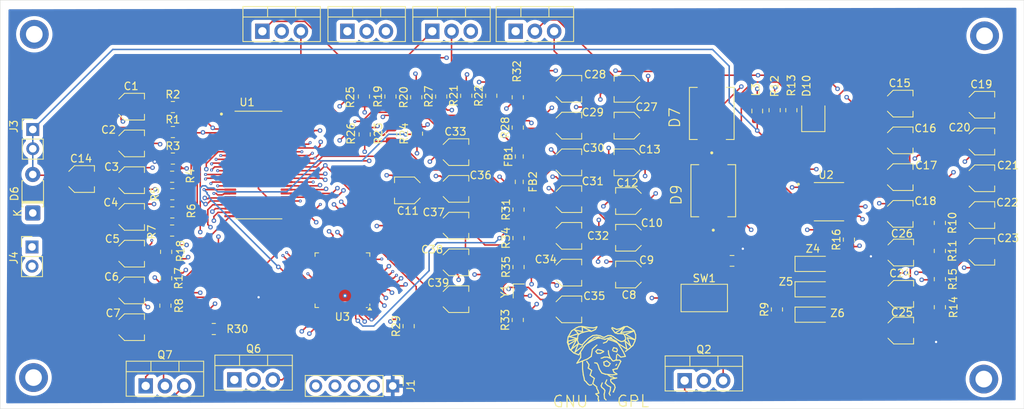
<source format=kicad_pcb>
(kicad_pcb (version 20241229) (generator "pcbnew") (generator_version "9.0")
  (layers (0 "F.Cu" signal "SIGNAL1") (4 "In1.Cu" signal "SIGNAL2") (6 "In2.Cu" power "GND") (8 "In3.Cu" power "SIGNAL3") (10 "In4.Cu" signal "SIGNAL4") (2 "B.Cu" power "+12 POWER") (13 "F.Paste" user) (15 "B.Paste" user) (5 "F.SilkS" user "F.Silkscreen") (7 "B.SilkS" user "B.Silkscreen") (1 "F.Mask" user) (3 "B.Mask" user) (25 "Edge.Cuts" user))
  (net 0 "")
  (net 1 "Net-(U1-GVDD)")
  (net 2 "R_SHUNT1_N")
  (net 3 "Net-(U1-CP2)")
  (net 4 "Net-(U1-CP1)")
  (net 5 "Net-(U1-DVDD)")
  (net 6 "Net-(U1-REF)")
  (net 7 "V_Bridge")
  (net 8 "Net-(U1-AVDD)")
  (net 9 "PHCM_V")
  (net 10 "PHCM_U")
  (net 11 "Net-(U1-BST_C)")
  (net 12 "MOTOR_W")
  (net 13 "MOTOR_V")
  (net 14 "Net-(U1-BST_B)")
  (net 15 "Net-(U1-BST_A)")
  (net 16 "MOTOR_U")
  (net 17 "Net-(U1-BIAS)")
  (net 18 "+12POWER")
  (net 19 "Net-(C18-Pad2)")
  (net 20 "BUCK_COMP")
  (net 21 "Net-(U2-VIN)")
  (net 22 "BUCK_PH")
  (net 23 "BUCK_BOOT")
  (net 24 "Net-(U2-SS)")
  (net 25 "VDD_3V3")
  (net 26 "Net-(C27-Pad1)")
  (net 27 "Net-(C28-Pad1)")
  (net 28 "R_SHUNT1_P")
  (net 29 "R_SHUNT2_P")
  (net 30 "Net-(C31-Pad1)")
  (net 31 "Net-(C32-Pad1)")
  (net 32 "NRST")
  (net 33 "Net-(C34-Pad1)")
  (net 34 "Net-(C35-Pad1)")
  (net 35 "AVDD_3V3")
  (net 36 "HSE_IN")
  (net 37 "Net-(C39-Pad1)")
  (net 38 "POWER_GND")
  (net 39 "Net-(D10-K)")
  (net 40 "SWDCLK")
  (net 41 "SWDIO")
  (net 43 "Net-(Q1-G)")
  (net 44 "Net-(Q2-G)")
  (net 45 "Net-(Q3-G)")
  (net 46 "Net-(Q4-G)")
  (net 47 "Net-(Q5-G)")
  (net 48 "Net-(Q6-G)")
  (net 49 "Net-(Q7-G)")
  (net 50 "nFAULT")
  (net 51 "nOCTW")
  (net 52 "Net-(U1-OC_ADJ)")
  (net 53 "Net-(U1-DTC)")
  (net 54 "Net-(U1-M_PWM)")
  (net 55 "Net-(U1-M_OC)")
  (net 56 "Net-(U1-GAIN)")
  (net 57 "Net-(R10-Pad2)")
  (net 58 "Net-(R14-Pad2)")
  (net 59 "BUCK_FB")
  (net 60 "SO1")
  (net 61 "SO2")
  (net 62 "GH_A")
  (net 63 "GL_A")
  (net 64 "GH_B")
  (net 65 "GL_B")
  (net 66 "GH_C")
  (net 67 "GL_C")
  (net 68 "BOOT0")
  (net 69 "HSE_OUT")
  (net 71 "DC_CAL")
  (net 72 "PWM2_H")
  (net 75 "PWM3_L")
  (net 76 "PWM1_L")
  (net 79 "GDR_EN")
  (net 80 "PWM3_H")
  (net 82 "PWM1_H")
  (net 86 "PWM2_L")
  (net 113 "Net-(Z4-K)")
  (net 114 "Net-(Z5-K)")
  (footprint "Capacitor_SMD:C_Elec_3x5.4" (layer "F.Cu") (at 125.075 63.3 180)
    (property "Reference" "C8")
    (property "Value" "2.2nF" (hide yes))
  )
  (footprint "Resistor_SMD:R_0805_2012Metric" (layer "F.Cu") (at 64.8875 48)
    (property "Reference" "R3")
    (property "Value" "10k" (hide yes))
  )
  (footprint "Capacitor_SMD:C_Elec_3x5.4" (layer "F.Cu") (at 160.8 55.3)
    (property "Reference" "C18")
    (property "Value" "1nF" (hide yes))
  )
  (footprint "Resistor_SMD:R_0805_2012Metric" (layer "F.Cu") (at 64.7875 50.4 180)
    (property "Reference" "R4")
    (property "Value" "10k" (hide yes))
  )
  (footprint "Resistor_SMD:R_0805_2012Metric" (layer "F.Cu") (at 166.1 56.4875 -90)
    (property "Reference" "R10")
    (property "Value" "27k" (hide yes))
  )
  (footprint "MountingHole:MountingHole_2.2mm_M2_ISO14580_Pad_TopBottom" (layer "F.Cu") (at 171.9 77.1)
    (property "Reference" "REF**" (hide yes))
    (property "Value" "MountingHole_2.2mm_M2_ISO14580_Pad_TopBottom" (hide yes))
  )
  (footprint "Capacitor_SMD:C_Elec_3x5.4" (layer "F.Cu") (at 124.875 43.65 180)
    (property "Reference" "C13")
    (property "Value" "100nF" (hide yes))
  )
  (footprint "Resistor_SMD:R_0805_2012Metric" (layer "F.Cu") (at 97 39.9125 90)
    (property "Reference" "R20")
    (property "Value" "22k" (hide yes))
  )
  (footprint "Resistor_SMD:R_0805_2012Metric" (layer "F.Cu") (at 110.4 39.9125 90)
    (property "Reference" "R32")
    (property "Value" "22k" (hide yes))
  )
  (footprint "Resistor_SMD:R_0805_2012Metric" (layer "F.Cu") (at 110.4 69.3 90)
    (property "Reference" "R33")
    (property "Value" "22k" (hide yes))
  )
  (footprint "Resistor_SMD:R_0805_2012Metric" (layer "F.Cu") (at 154.1 58.7 90)
    (property "Reference" "R16")
    (property "Value" "3.3k" (hide yes))
  )
  (footprint "Capacitor_SMD:C_Elec_3x5.4" (layer "F.Cu") (at 160.875 65.85)
    (property "Reference" "C24")
    (property "Value" "C" (hide yes))
  )
  (footprint "Resistor_SMD:R_0805_2012Metric" (layer "F.Cu") (at 64.8875 41.2)
    (property "Reference" "R2")
    (property "Value" "10k" (hide yes))
  )
  (footprint "Connector_PinHeader_2.54mm:PinHeader_1x02_P2.54mm_Vertical" (layer "F.Cu") (at 46.3 59.66)
    (property "Reference" "J4")
    (property "Value" "PWR -")
  )
  (footprint "Capacitor_SMD:C_Elec_3x5.4" (layer "F.Cu") (at 171.575 40.9)
    (property "Reference" "C19")
    (property "Value" "C" (hide yes))
  )
  (footprint "Capacitor_SMD:C_Elec_3x5.4" (layer "F.Cu") (at 102.175 56.85)
    (property "Reference" "C37")
    (property "Value" "100nF" (hide yes))
  )
  (footprint "Capacitor_SMD:C_Elec_3x5.4" (layer "F.Cu") (at 124.875 48.5 180)
    (property "Reference" "C12")
    (property "Value" "100nF" (hide yes))
  )
  (footprint "Capacitor_SMD:C_Elec_3x5.4" (layer "F.Cu") (at 117.075 63.05)
    (property "Reference" "C34")
    (property "Value" "10nF" (hide yes))
  )
  (footprint "Diode_SMD:D_SOD-123" (layer "F.Cu") (at 149.35 65.25)
    (property "Reference" "Z5")
    (property "Value" "ZMM5V6" (hide yes))
  )
  (footprint "Resistor_SMD:R_0805_2012Metric" (layer "F.Cu") (at 64.8125 52.7)
    (property "Reference" "R5")
    (property "Value" "68k" (hide yes))
  )
  (footprint "Resistor_SMD:R_0805_2012Metric" (layer "F.Cu") (at 64.8875 44.5)
    (property "Reference" "R1")
    (property "Value" "10k" (hide yes))
  )
  (footprint "Resistor_SMD:R_0805_2012Metric" (layer "F.Cu") (at 64.8125 55.1)
    (property "Reference" "R6")
    (property "Value" "10k" (hide yes))
  )
  (footprint "Resistor_SMD:R_0805_2012Metric" (layer "F.Cu") (at 110.5 62.3125 90)
    (property "Reference" "R35")
    (property "Value" "47k" (hide yes))
  )
  (footprint "Symbol:Symbol_GNU-Logo_SilkscreenTop" (layer "F.Cu") (at 121.7 73.9)
    (property "Reference" "REF**" (hide yes))
    (property "Value" "Symbol_GNU-Logo_SilkscreenTop" (hide yes))
  )
  (footprint "Capacitor_SMD:C_Elec_3x5.4" (layer "F.Cu") (at 117.075 43.65)
    (property "Reference" "C29")
    (property "Value" "10nF" (hide yes))
  )
  (footprint "Diode_SMD:D_SMP_DO-220AA" (layer "F.Cu") (at 149.4 42.1525 90)
    (property "Reference" "D10")
    (property "Value" "ZMM3V3" (hide yes))
  )
  (footprint "Resistor_SMD:R_0805_2012Metric" (layer "F.Cu") (at 110.4 43.9125 90)
    (property "Reference" "R28")
    (property "Value" "22k" (hide yes))
  )
  (footprint "Diode_SMD:D_SOD-123" (layer "F.Cu") (at 149.35 68.6)
    (property "Reference" "Z6")
    (property "Value" "ZMM5V6" (hide yes))
  )
  (footprint "Capacitor_SMD:C_Elec_3x5.4" (layer "F.Cu") (at 160.8 45.6)
    (property "Reference" "C16")
    (property "Value" "C_Polarized" (hide yes))
  )
  (footprint "Package_TO_SOT_THT:TO-220-3_Vertical" (layer "F.Cu") (at 61.3 78)
    (property "Reference" "Q7")
    (property "Value" "IRFH7440TRPBF" (hide yes))
  )
  (footprint "Capacitor_SMD:C_Elec_3x5.4" (layer "F.Cu") (at 59.375 46)
    (property "Reference" "C2")
    (property "Value" "2.2uF" (hide yes))
  )
  (footprint "Oscillator:Oscillator_SMD_Abracon_ASCO-4Pin_1.6x1.2mm" (layer "F.Cu") (at 110.6 65.55)
    (property "Reference" "Y1")
    (property "Value" "16MHz" (hide yes))
  )
  (footprint "Resistor_SMD:R_0805_2012Metric" (layer "F.Cu") (at 64 60.3125 -90)
    (property "Reference" "R18")
    (property "Value" "47k" (hide yes))
  )
  (footprint "Diode_THT:D_T-1_P5.08mm_Horizontal" (layer "F.Cu") (at 46.4 55.18 90)
    (property "Reference" "D6")
    (property "Value" "D_TVS")
  )
  (footprint "Capacitor_SMD:C_Elec_3x5.4" (layer "F.Cu") (at 117.075 38.8)
    (property "Reference" "C28")
    (property "Value" "10nF" (hide yes))
  )
  (footprint "SS34:DIOM7959X265N" (layer "F.Cu") (at 136 42.045 90)
    (property "Reference" "D7")
    (property "Value" "SS34" (hide yes))
  )
  (footprint "Resistor_SMD:R_0603_1608Metric" (layer "F.Cu") (at 110.6 47.725 90)
    (property "Reference" "FB1")
    (property "Value" "600 @ 100MHz" (hide yes))
  )
  (footprint "Resistor_SMD:R_0805_2012Metric" (layer "F.Cu") (at 93.6 39.8125 90)
    (property "Reference" "R19")
    (property "Value" "22k" (hide yes))
  )
  (footprint "Package_TO_SOT_THT:TO-220-3_Vertical" (layer "F.Cu") (at 87.92 31.2)
    (property "Reference" "Q4" (hide yes))
    (property "Value" "IRFH7440TRPBF" (hide yes))
  )
  (footprint "Package_TO_SOT_THT:TO-220-3_Vertical" (layer "F.Cu") (at 110.12 31.2)
    (property "Reference" "Q3" (hide yes))
    (property "Value" "IRFH7440TRPBF" (hide yes))
  )
  (footprint "Resistor_SMD:R_0805_2012Metric" (layer "F.Cu") (at 100.3 39.8125 90)
    (property "Reference" "R27")
    (property "Value" "22k" (hide yes))
  )
  (footprint "Resistor_SMD:R_0805_2012Metric" (layer "F.Cu") (at 63.9 67.4125 90)
    (property "Reference" "R8")
    (property "Value" "10k" (hide yes))
  )
  (footprint "Connector_PinHeader_2.54mm:PinHeader_1x02_P2.54mm_Vertical" (layer "F.Cu") (at 46.4 44.16)
    (property "Reference" "J3")
    (property "Value" "PWR +")
  )
  (footprint "Resistor_SMD:R_0603_1608Metric" (layer "F.Cu") (at 110.6 51.075 90)
    (property "Reference" "FB2")
    (property "Value" "600 @ 100MHz" (hide yes))
  )
  (footprint "Package_TO_SOT_THT:TO-220-3_Vertical" (layer "F.Cu") (at 99.12 31.2)
    (property "Reference" "Q1" (hide yes))
    (property "Value" "IRFH7440TRPBF" (hide yes))
  )
  (footprint "Resistor_SMD:R_0805_2012Metric" (layer "F.Cu") (at 166.1 60.1875 -90)
    (property "Reference" "R11")
    (property "Value" "2.2k" (hide yes))
  )
  (footprint "MountingHole:MountingHole_2.2mm_M2_ISO14580_Pad_TopBottom" (layer "F.Cu") (at 46.5 76.9)
    (property "Reference" "REF**" (hide yes))
    (property "Value" "MountingHole_2.2mm_M2_ISO14580_Pad_TopBottom" (hide yes))
  )
  (footprint "Resistor_SMD:R_0805_2012Metric" (layer "F.Cu") (at 166.1 67.6125 90)
    (property "Reference" "R14")
    (property "Value" "10k" (hide yes))
  )
  (footprint "Capacitor_SMD:C_Elec_3x5.4" (layer "F.Cu") (at 52.775 50.7)
    (property "Reference" "C14")
    (property "Value" "100uF/35v" (hide yes))
  )
  (footprint "Resistor_SMD:R_0805_2012Metric" (layer "F.Cu") (at 64 63.8 -90)
    (property "Reference" "R17")
    (property "Value" "47k" (hide yes))
  )
  (footprint "Capacitor_SMD:C_Elec_3x5.4" (layer "F.Cu") (at 117.075 53.35)
    (property "Reference" "C31")
    (property "Value" "10nF" (hide yes))
  )
  (footprint "Capacitor_SMD:C_Elec_3x5.4" (layer "F.Cu") (at 125.075 58.45 180)
    (property "Reference" "C9")
    (property "Value" "2.2nF" (hide yes))
  )
  (footprint "DRV8302DCA:SOP50P810X120-57N" (layer "F.Cu") (at 76.18 48.85)
    (property "Reference" "U1")
    (property "Value" "DRV8302DCAR" (hide yes))
  )
  (footprint "Capacitor_SMD:C_Elec_3x5.4" (layer "F.Cu") (at 160.8 50.45)
    (property "Reference" "C17")
    (property "Value" "C_Polarized" (hide yes))
  )
  (footprint "Resistor_SMD:R_0805_2012Metric" (layer "F.Cu") (at 70.2875 70.49)
    (property "Reference" "R30")
    (property "Value" "22k" (hide yes))
  )
  (footprint "Capacitor_SMD:C_Elec_3x5.4" (layer "F.Cu") (at 171.575 45.75)
    (property "Reference" "C20")
    (property "Value" "47pF" (hide yes))
  )
  (footprint "Resistor_SMD:R_0805_2012Metric" (layer "F.Cu") (at 96 70.1125 90)
    (property "Reference" "R29")
    (property "Value" "22k" (hide yes))
  )
  (footprint "Capacitor_SMD:C_Elec_3x5.4" (layer "F.Cu") (at 102.175 66.55)
    (property "Reference" "C39")
    (property "Value" "100nF" (hide yes))
  )
  (footprint "TPS54331D:SOIC127P599X175-8N" (layer "F.Cu") (at 151.47 53.695)
    (property "Reference" "U2")
    (property "Value" "TPS54331D" (hide yes))
  )
  (footprint "Capacitor_SMD:C_Elec_3x5.4" (layer "F.Cu") (at 59.375 60.55)
    (property "Reference" "C5")
    (property "Value" "0.1uF" (hide yes))
  )
  (footprint "Capacitor_SMD:C_Elec_3x5.4" (layer "F.Cu") (at 59.375 70.25)
    (property "Reference" "C7")
    (property "Value" "1uF" (hide yes))
  )
  (footprint "Resistor_SMD:R_0805_2012Metric" (layer "F.Cu") (at 166.1 63.9125 90)
    (property "Reference" "R15")
    (property "Value" "270" (hide yes))
  )
  (footprint "Resistor_SMD:R_0805_2012Metric" (layer "F.Cu") (at 64.7875 57.5)
    (property "Reference" "R7")
    (property "Value" "10k" (hide yes))
  )
  (footprint "Capacitor_SMD:C_Elec_3x5.4" (layer "F.Cu") (at 171.575 55.45)
    (property "Reference" "C22")
    (property "Value" "C" (hide yes))
  )
  (footprint "Capacitor_SMD:C_Elec_3x5.4" (layer "F.Cu") (at 102.175 61.7)
    (property "Reference" "C38")
    (property "Value" "100nF" (hide yes))
  )
  (footprint "Resistor_SMD:R_0805_2012Metric" (layer "F.Cu") (at 106.9 39.7125 90)
    (property "Reference" "R22")
    (property "Value" "22k" (hide yes))
  )
  (footprint "Resistor_SMD:R_0805_2012Metric" (layer "F.Cu") (at 93.7 44.8125 90)
    (property "Reference" "R23")
    (property "Value" "22k" (hide yes))
  )
  (footprint "Package_DFN_QFN:QFN-48-1EP_7x7mm_P0.5mm_EP5.6x5.6mm" (layer "F.Cu") (at 87.2625 64.05 180)
    (property "Reference" "U3")
    (property "Value" "STM32G431C8Ux" (hide yes))
  )
  (footprint "Capacitor_SMD:C_Elec_3x5.4" (layer "F.Cu") (at 59.375 55.7)
    (property "Reference" "C4")
    (property "Value" "100nF" (hide yes))
  )
  (footprint "Capacitor_SMD:C_Elec_3x5.4" (layer "F.Cu") (at 171.575 50.6)
    (property "Reference" "C21")
    (property "Value" "C" (hide yes))
  )
  (footprint "Resistor_SMD:R_0805_2012Metric" (layer "F.Cu") (at 144.6 67.9125 90)
    (property "Reference" "R9")
    (property "Value" "10k" (hide yes))
  )
  (footprint "Diode_SMD:D_SOD-123" (layer "F.Cu") (at 149.35 61.9)
    (property "Reference" "Z4")
    (property "Value" "ZMM5V6" (hide yes))
  )
  (footprint "Capacitor_SMD:C_Elec_3x5.4" (layer "F.Cu") (at 95.9 52.2 180)
    (property "Reference" "C11")
    (property "Value" "100nF" (hide yes))
  )
  (footprint "Capacitor_SMD:C_Elec_3x5.4" (layer "F.Cu") (at 102.175 47.15)
    (property "Reference" "C33")
    (property "Value" "100nF" (hide yes))
  )
  (footprint "Resistor_SMD:R_0805_2012Metric" (layer "F.Cu") (at 110.5 54.7375 90)
    (property "Reference" "R31")
    (property "Value" "10k" (hide yes))
  )
  (footprint "Resistor_SMD:R_0805_2012Metric" (layer "F.Cu") (at 146.5 41.6125 90)
    (property "Reference" "R13")
    (property "Value" "10k" (hide yes))
  )
  (footprint "Package_TO_SOT_THT:TO-220-3_Vertical" (layer "F.Cu") (at 132.42 77.3)
    (property "Reference" "Q2")
    (property "Value" "IRFH7440TRPBF" (hide yes))
  )
  (footprint "Capacitor_SMD:C_Elec_3x5.4" (layer "F.Cu") (at 160.8 40.75)
    (property "Reference" "C15")
    (property "Value" "C_Polarized" (hide yes))
  )
  (footprint "Capacitor_SMD:C_Elec_3x5.4" (layer "F.Cu") (at 59.375 50.85)
    (property "Reference" "C3")
    (property "Value" "1uF" (hide yes))
  )
  (footprint "Inductor_SMD:L_0805_2012Metric_Pad1.15x1.40mm_HandSolder" (layer "F.Cu") (at 142 41.725 90)
    (property "Reference" "L3")
    (property "Value" "L" (hide yes))
  )
  (footprint "Capacitor_SMD:C_Elec_3x5.4" (layer "F.Cu") (at 117.075 58.2)
    (property "Reference" "C32")
    (property "Value" "10nF" (hide yes))
  )
  (footprint "Resistor_SMD:R_0805_2012Metric" (layer "F.Cu") (at 110.5 58.4875 90)
    (property "Reference" "R34")
    (property "Value" "10k" (hide yes))
  )
  (footprint "Capacitor_SMD:C_Elec_3x5.4" (layer "F.Cu") (at 117.075 48.5)
    (property "Reference" "C30")
    (property "Value" "10nF" (hide yes))
  )
  (footprint "Resistor_SMD:R_0805_2012Metric" (layer "F.Cu") (at 144.3 41.6125 -90)
    (property "Reference" "R12")
    (property "Value" "15k" (hide yes))
  )
  (footprint "Button_Switch_SMD:SW_SPST_FSMSM" (layer "F.Cu") (at 135.01 66.4)
    (property "Reference" "SW1")
    (property "Value" "uC RESET")
  )
  (footprint "Capacitor_SMD:C_Elec_3x5.4" (layer "F.Cu") (at 59.375 65.4)
    (property "Reference" "C6")
    (property "Value" "0.1uF" (hide yes))
  )
  (footprint "Connector_PinHeader_2.54mm:PinHeader_1x05_P2.54mm_Vertical" (layer "F.Cu") (at 93.9 78 -90)
    (property "Reference" "J1")
    (property "Value" "uC Debug Header" (hide yes))
  )
  (footprint "Resistor_SMD:R_0805_2012Metric" (layer "F.Cu") (at 103.6 39.7125 90)
    (property "Reference" "R21")
    (property "Value" "22k" (hide yes))
  )
  (footprint "MountingHole:MountingHole_2.2mm_M2_ISO14580_Pad_TopBottom" (layer "F.Cu") (at 46.6 31.6)
    (property "Reference" "REF**" (hide yes))
    (property "Value" "MountingHole_2.2mm_M2_ISO14580_Pad_TopBottom" (hide yes))
  )
  (footprint "Capacitor_SMD:C_Elec_3x5.4" (layer "F.Cu") (at 125.075 53.6 180)
    (property "Reference" "C10")
    (property "Value" "100nF" (hide yes))
  )
  (footprint "Capacitor_SMD:C_Elec_3x5.4" (layer "F.Cu") (at 117.075 67.9)
    (property "Reference" "C35")
    (property "Value" "10nF" (hide yes))
  )
  (footprint "SS34:DIOM7959X265N" (layer "F.Cu") (at 136.2 52.245 90)
    (property "Reference" "D9")
    (property "Value" "SS34" (hide yes))
  )
  (footprint "Capacitor_SMD:C_Elec_3x5.4" (layer "F.Cu") (at 124.875 38.8 180)
    (property "Reference" "C27")
    (property "Value" "10nF" (hide yes))
  )
  (footprint "Resistor_SMD:R_0805_2012Metric" (layer "F.Cu") (at 97.1 44.7125 90)
    (property "Reference" "R24")
    (property "Value" "22k" (hide yes))
  )
  (footprint "Capacitor_SMD:C_Elec_3x5.4" (layer "F.Cu") (at 171.575 60.3)
    (property "Reference" "C23")
    (property "Value" "100nF" (hide yes))
  )
  (footprint "Resistor_SMD:R_0805_2012Metric" (layer "F.Cu") (at 90.1 39.8125 90)
    (property "Reference" "R25")
    (property "Value" "22k" (hide yes))
  )
  (footprint "Capacitor_SMD:C_Elec_3x5.4" (layer "F.Cu") (at 160.875 70.7)
    (property "Reference" "C25")
    (property "Value" "47uF" (hide yes))
  )
  (footprint "Capacitor_SMD:C_Elec_3x5.4" (layer "F.Cu") (at 59.375 41.15)
    (property "Reference" "C1")
    (property "Value" "2.2uF" (hide yes))
  )
  (footprint "Resistor_SMD:R_0805_2012Metric" (layer "F.Cu") (at 90.2 44.8125 90)
    (property "Reference" "R26")
    (property "Value" "22k" (hide yes))
  )
  (footprint "MountingHole:MountingHole_2.2mm_M2_ISO14580_Pad_TopBottom" (layer "F.Cu") (at 172 31.8)
    (property "Reference" "REF**" (hide yes))
    (property "Value" "MountingHole_2.2mm_M2_ISO14580_Pad_TopBottom" (hide yes))
  )
  (footprint "Capacitor_SMD:C_Elec_3x5.4" (layer "F.Cu") (at 102.175 52)
    (property "Reference" "C36")
    (property "Value" "100nF" (hide yes))
  )
  (footprint "Inductor_SMD:L_0805_2012Metric_Pad1.15x1.40mm_HandSolder" (layer "F.Cu") (at 138.675 61.5)
    (property "Reference" "L4" (hide yes))
    (property "Value" "L" (hide yes))
  )
  (footprint "Capacitor_SMD:C_Elec_3x5.4" (layer "F.Cu") (at 160.875 60.4)
    (property "Reference" "C26")
    (property "Value" "47uF" (hide yes))
  )
  (footprint "Package_TO_SOT_THT:TO-220-3_Vertical" (layer "F.Cu") (at 73 77.2)
    (property "Reference" "Q6")
    (property "Value" "IRFH7440TRPBF" (hide yes))
  )
  (footprint "Package_TO_SOT_THT:TO-220-3_Vertical" (layer "F.Cu") (at 76.7 31.2)
    (property "Reference" "Q5" (hide yes))
    (property "Value" "IRFH7440TRPBF" (hide yes))
  )
  (gr_rect (start 42.1 27.1) (end 177.2 81) (stroke (width 0.05)) (fill no) (layer "Edge.Cuts"))
  (segment (start 72.46 48.1) (end 70.6 48.1) (width 0.2) (layer "F.Cu") (net 1))
  (segment (start 58.05 41.15) (end 58.05 42.85) (width 0.2) (layer "F.Cu") (net 1))
  (segment (start 58.05 42.85) (end 58.3 43.1) (width 0.2) (layer "F.Cu") (net 1))
  (via (at 70.6 48.1) (size 0.4) (drill 0.15) (layers "F.Cu" "B.Cu") (net 1))
  (via (at 58.3 43.1) (size 0.6) (drill 0.3) (layers "F.Cu" "B.Cu") (net 1))
  (segment (start 60.7 41.15) (end 60.7 42.6) (width 0.2) (layer "F.Cu") (net 2))
  (segment (start 137.5 73.8) (end 135.1 71.4) (width 0.2) (layer "F.Cu") (net 2))
  (segment (start 153.4 39) (end 160.375 39) (width 0.2) (layer "F.Cu") (net 2))
  (segment (start 58.05 78.45) (end 58 78.5) (width 0.2) (layer "F.Cu") (net 2))
  (segment (start 90.2 45.725) (end 90.2 47.1) (width 0.2) (layer "F.Cu") (net 2))
  (segment (start 120.3 54.4) (end 120.3 49) (width 0.2) (layer "F.Cu") (net 2))
  (segment (start 58.05 58.75) (end 58.05 60.55) (width 0.2) (layer "F.Cu") (net 2))
  (segment (start 124.05 56.1) (end 122 56.1) (width 0.2) (layer "F.Cu") (net 2))
  (segment (start 124.6 67.9) (end 126.5 66) (width 0.2) (layer "F.Cu") (net 2))
  (segment (start 162.2 60.4) (end 162.2 65.85) (width 0.2) (layer "F.Cu") (net 2))
  (segment (start 78.6 54.611612) (end 77.611612 55.6) (width 0.2) (layer "F.Cu") (net 2))
  (segment (start 78.6 53.611612) (end 78.6 54.611612) (width 0.2) (layer "F.Cu") (net 2))
  (segment (start 139.9 39.4) (end 141.4 37.9) (width 0.2) (layer "F.Cu") (net 2))
  (segment (start 54.1 44.9) (end 54.1 50.7) (width 0.2) (layer "F.Cu") (net 2))
  (segment (start 113.4 66.6) (end 117.1 66.6) (width 0.2) (layer "F.Cu") (net 2))
  (segment (start 162.125 40.75) (end 162.125 45.6) (width 0.2) (layer "F.Cu") (net 2))
  (segment (start 63.875 57.5) (end 63.875 55.125) (width 0.2) (layer "F.Cu") (net 2))
  (segment (start 152 40.4) (end 153.4 39) (width 0.2) (layer "F.Cu") (net 2))
  (segment (start 59.25 57.55) (end 58.65 57.55) (width 0.2) (layer "F.Cu") (net 2))
  (segment (start 162.2 59) (end 162.2 60.4) (width 0.2) (layer "F.Cu") (net 2))
  (segment (start 172.9 55.45) (end 172.9 50.6) (width 0.2) (layer "F.Cu") (net 2))
  (segment (start 78.6 53.1) (end 78.6 53.611612) (width 0.2) (layer "F.Cu") (net 2))
  (segment (start 160.375 39) (end 162.125 40.75) (width 0.2) (layer "F.Cu") (net 2))
  (segment (start 59.4 43.9) (end 55.1 43.9) (width 0.2) (layer "F.Cu") (net 2))
  (segment (start 137.5 77.3) (end 137.5 73.8) (width 0.2) (layer "F.Cu") (net 2))
  (segment (start 117.1 66.6) (end 118.4 67.9) (width 0.2) (layer "F.Cu") (net 2))
  (segment (start 103.5 61.7) (end 103.5 66.55) (width 0.2) (layer "F.Cu") (net 2))
  (segment (start 165.9 61.3) (end 166.1 61.1) (width 0.2) (layer "F.Cu") (net 2))
  (segment (start 108.5 64.8) (end 109.1 64.2) (width 0.2) (layer "F.Cu") (net 2))
  (segment (start 126.5 66) (end 126.4 65.9) (width 0.2) (layer "F.Cu") (net 2))
  (segment (start 162.2 65.85) (end 162.2 70.7) (width 0.2) (layer "F.Cu") (net 2))
  (segment (start 128.1 71.4) (end 124.6 67.9) (width 0.2) (layer "F.Cu") (net 2))
  (segment (start 172.9 50.6) (end 172.9 40.9) (width 0.2) (layer "F.Cu") (net 2))
  (segment (start 78.6 53.1) (end 79.9 53.1) (width 0.2) (layer "F.Cu") (net 2))
  (segment (start 58.05 65.4) (end 58.05 70.25) (width 0.2) (layer "F.Cu") (net 2))
  (segment (start 54.25 50.85) (end 54.1 50.7) (width 0.2) (layer "F.Cu") (net 2))
  (segment (start 141.4 37.9) (end 144.7 37.9) (width 0.2) (layer "F.Cu") (net 2))
  (segment (start 60.7 42.6) (end 59.4 43.9) (width 0.2) (layer "F.Cu") (net 2))
  (segment (start 109 66.1) (end 108.5 65.6) (width 0.2) (layer "F.Cu") (net 2))
  (segment (start 162.125 45.6) (end 162.125 50.45) (width 0.2) (layer "F.Cu") (net 2))
  (segment (start 78.6 54.611612) (end 79.088388 55.1) (width 0.2) (layer "F.Cu") (net 2))
  (segment (start 98.450057 49.5) (end 103 49.5) (width 0.2) (layer "F.Cu") (net 2))
  (segment (start 64.876 58.501) (end 63.875 57.5) (width 0.2) (layer "F.Cu") (net 2))
  (segment (start 151 58.9) (end 151 61.9) (width 0.2) (layer "F.Cu") (net 2))
  (segment (start 126.4 65.9) (end 126.4 63.3) (width 0.2) (layer "F.Cu") (net 2))
  (segment (start 76.18 51.96) (end 77.32 53.1) (width 0.2) (layer "F.Cu") (net 2))
  (segment (start 58.05 70.25) (end 58.05 78.45) (width 0.2) (layer "F.Cu") (net 2))
  (segment (start 157.2 53.06) (end 153.94 53.06) (width 0.2) (layer "F.Cu") (net 2))
  (segment (start 58.05 50.85) (end 54.25 50.85) (width 0.2) (layer "F.Cu") (net 2))
  (segment (start 87.4 52.2) (end 86.5 53.1) (width 0.2) (layer "F.Cu") (net 2))
  (segment (start 126 46.1) (end 130.2 46.1) (width 0.2) (layer "F.Cu") (net 2))
  (segment (start 63.875 57.5) (end 59.3 57.5) (width 0.2) (layer "F.Cu") (net 2))
  (segment (start 78.6 53.611612) (end 79.088388 54.1) (width 0.2) (layer "F.Cu") (net 2))
  (segment (start 118.4 67.9) (end 124.6 67.9) (width 0.2) (layer "F.Cu") (net 2))
  (segment (start 162.2 60.4) (end 163.1 61.3) (width 0.2) (layer "F.Cu") (net 2))
  (segment (start 118.4 43.65) (end 123.55 43.65) (width 0.2) (layer "F.Cu") (net 2))
  (segment (start 159 58.1) (end 161.3 58.1) (width 0.2) (layer "F.Cu") (net 2))
  (segment (start 111 64.648) (end 111 65) (width 0.2) (layer "F.Cu") (net 2))
  (segment (start 59.25 57.55) (end 58.05 58.75) (width 0.2) (layer "F.Cu") (net 2))
  (segment (start 172.9 56.9) (end 172.9 55.45) (width 0.2) (layer "F.Cu") (net 2))
  (segment (start 146.5 40.7) (end 149.2 40.7) (width 0.2) (layer "F.Cu") (net 2))
  (segment (start 119.8 48.5) (end 118.4 48.5) (width 0.2) (layer "F.Cu") (net 2))
  (segment (start 161.3 58.1) (end 162.2 59) (width 0.2) (layer "F.Cu") (net 2))
  (segment (start 146.5 39.7) (end 146.5 40.7) (width 0.2) (layer "F.Cu") (net 2))
  (segment (start 63.9 52.7) (end 63.9 50.425) (width 0.2) (layer "F.Cu") (net 2))
  (segment (start 59.3 57.5) (end 59.25 57.55) (width 0.2) (layer "F.Cu") (net 2))
  (segment (start 149.4 40.5) (end 151.9 40.5) (width 0.2) (layer "F.Cu") (net 2))
  (segment (start 157.2 56.3) (end 159 58.1) (width 0.2) (layer "F.Cu") (net 2))
  (segment (start 120.3 49) (end 119.8 48.5) (width 0.2) (layer "F.Cu") (net 2))
  (segment (start 123.55 43.65) (end 126 46.1) (width 0.2) (layer "F.Cu") (net 2))
  (segment (start 144.7 37.9) (end 146.5 39.7) (width 0.2) (layer "F.Cu") (net 2))
  (segment (start 162.125 50.45) (end 159.515 53.06) (width 0.2) (layer "F.Cu") (net 2))
  (segment (start 166.1 61.1) (end 169.5 57.7) (width 0.2) (layer "F.Cu") (net 2))
  (segment (start 122 56.1) (end 120.3 54.4) (width 0.2) (layer "F.Cu") (net 2))
  (segment (start 111 65) (end 111.8 65) (width 0.2) (layer "F.Cu") (net 2))
  (segment (start 76.18 48.85) (end 76.18 51.96) (width 0.2) (layer "F.Cu") (net 2))
  (segment (start 63.9 55.1) (end 63.9 52.7) (width 0.2) (layer "F.Cu") (net 2))
  (segment (start 77.32 53.1) (end 78.6 53.1) (width 0.2) (layer "F.Cu") (net 2))
  (segment (start 126.4 63.3) (end 126.4 58.45) (width 0.2) (layer "F.Cu") (net 2))
  (segment (start 58.05 60.55) (end 58.05 65.4) (width 0.2) (layer "F.Cu") (net 2))
  (segment (start 126.4 58.45) (end 124.05 56.1) (width 0.2) (layer "F.Cu") (net 2))
  (segment (start 103 49.5) (end 103.5 49) (width 0.2) (layer "F.Cu") (net 2))
  (segment (start 103.5 52) (end 103.5 56.85) (width 0.2) (layer "F.Cu") (net 2))
  (segment (start 79.088388 54.1) (end 79.9 54.1) (width 0.2) (layer "F.Cu") (net 2))
  (segment (start 169.5 57.7) (end 172.1 57.7) (width 0.2) (layer "F.Cu") (net 2))
  (segment (start 103.5 56.85) (end 106.05 59.4) (width 0.2) (layer "F.Cu") (net 2))
  (segment (start 159.515 53.06) (end 157.2 53.06) (width 0.2) (layer "F.Cu") (net 2))
  (segment (start 58.05 55.7) (end 58.05 50.85) (width 0.2) (layer "F.Cu") (net 2))
  (segment (start 58.05 56.95) (end 58.05 55.7) (width 0.2) (layer "F.Cu") (net 2))
  (segment (start 109.1 64.2) (end 110.552 64.2) (width 0.2) (layer "F.Cu") (net 2))
  (segment (start 86.5 53.1) (end 79.9 53.1) (width 0.2) (layer "F.Cu") (net 2))
  (segment (start 152.1125 57.7875) (end 151 58.9) (width 0.2) (layer "F.Cu") (net 2))
  (segment (start 110.552 64.2) (end 111 64.648) (width 0.2) (layer "F.Cu") (net 2))
  (segment (start 55.1 43.9) (end 54.1 44.9) (width 0.2) (layer "F.Cu") (net 2))
  (segment (start 77.611612 55.6) (end 72.46 55.6) (width 0.2) (layer "F.Cu") (net 2))
  (segment (start 136.2 48.79) (end 139.9 45.09) (width 0.2) (layer "F.Cu") (net 2))
  (segment (start 63.875 55.125) (end 63.9 55.1) (width 0.2) (layer "F.Cu") (net 2))
  (segment (start 58 78.5) (end 59.199 79.699) (width 0.2) (layer "F.Cu") (net 2))
  (segment (start 157.2 53.06) (end 157.2 56.3) (width 0.2) (layer "F.Cu") (net 2))
  (segment (start 108.5 65.6) (end 108.5 64.8) (width 0.2) (layer "F.Cu") (net 2))
  (segment (start 110.2 66.1) (end 109 66.1) (width 0.2) (layer "F.Cu") (net 2))
  (segment (start 63.9 50.425) (end 63.875 50.4) (width 0.2) (layer "F.Cu") (net 2))
  (segment (start 157.2 56.3) (end 155.7125 57.7875) (width 0.2) (layer "F.Cu") (net 2))
  (segment (start 90.2 45.725) (end 93.7 45.725) (width 0.2) (layer "F.Cu") (net 2))
  (segment (start 135.1 71.4) (end 128.1 71.4) (width 0.2) (layer "F.Cu") (net 2))
  (segment (start 72.46 55.6) (end 69.559 58.501) (width 0.2) (layer "F.Cu") (net 2))
  (segment (start 103.5 56.85) (end 103.5 61.7) (width 0.2) (layer "F.Cu") (net 2))
  (segment (start 93.7 45.725) (end 94.675057 45.725) (width 0.2) (layer "F.Cu") (net 2))
  (segment (start 172.1 57.7) (end 172.9 56.9) (width 0.2) (layer "F.Cu") (net 2))
  (segment (start 59.199 79.699) (end 64.681 79.699) (width 0.2) (layer "F.Cu") (net 2))
  (segment (start 172.9 50.6) (end 172.9 45.75) (width 0.2) (layer "F.Cu") (net 2))
  (segment (start 103.5 66.55) (end 109.75 66.55) (width 0.2) (layer "F.Cu") (net 2))
  (segment (start 132.89 48.79) (end 136.2 48.79) (width 0.2) (layer "F.Cu") (net 2))
  (segment (start 111.8 65) (end 113.4 66.6) (width 0.2) (layer "F.Cu") (net 2))
  (segment (start 103.5 49) (end 103.5 52) (width 0.2) (layer "F.Cu") (net 2))
  (segment (start 130.2 46.1) (end 132.89 48.79) (width 0.2) (layer "F.Cu") (net 2))
  (segment (start 118.4 48.5) (end 118.4 43.65) (width 0.2) (layer "F.Cu") (net 2))
  (segment (start 154.1 57.7875) (end 152.1125 57.7875) (width 0.2) (layer "F.Cu") (net 2))
  (segment (start 163.1 61.3) (end 165.9 61.3) (width 0.2) (layer "F.Cu") (net 2))
  (segment (start 139.9 45.09) (end 139.9 39.4) (width 0.2) (layer "F.Cu") (net 2))
  (segment (start 69.559 58.501) (end 64.876 58.501) (width 0.2) (layer "F.Cu") (net 2))
  (segment (start 94.675057 45.725) (end 98.450057 49.5) (width 0.2) (layer "F.Cu") (net 2))
  (segment (start 64.681 79.699) (end 66.38 78) (width 0.2) (layer "F.Cu") (net 2))
  (segment (start 109.75 66.55) (end 110.2 66.1) (width 0.2) (layer "F.Cu") (net 2))
  (segment (start 106.05 59.4) (end 110.5 59.4) (width 0.2) (layer "F.Cu") (net 2))
  (segment (start 103.5 47.15) (end 103.5 49) (width 0.2) (layer "F.Cu") (net 2))
  (segment (start 155.7125 57.7875) (end 154.1 57.7875) (width 0.2) (layer "F.Cu") (net 2))
  (segment (start 58.65 57.55) (end 58.05 56.95) (width 0.2) (layer "F.Cu") (net 2))
  (segment (start 149.2 40.7) (end 149.4 40.5) (width 0.2) (layer "F.Cu") (net 2))
  (segment (start 151.9 40.5) (end 152 40.4) (width 0.2) (layer "F.Cu") (net 2))
  (segment (start 79.088388 55.1) (end 79.9 55.1) (width 0.2) (layer "F.Cu") (net 2))
  (via (at 87.6 66.1) (size 0.6) (drill 0.3) (layers "F.Cu" "B.Cu") (net 2))
  (via (at 90.2 47.1) (size 0.6) (drill 0.3) (layers "F.Cu" "B.Cu") (net 2))
  (via (at 87.4 52.2) (size 0.6) (drill 0.3) (layers "F.Cu" "B.Cu") (net 2))
  (segment (start 70.4 49.1) (end 72.46 49.1) (width 0.2) (layer "F.Cu") (net 3))
  (segment (start 69.990478 49.51508) (end 69.990478 49.509522) (width 0.2) (layer "F.Cu") (net 3))
  (segment (start 58.05 46) (end 61.25 49.2) (width 0.2) (layer "F.Cu") (net 3))
  (segment (start 69.990478 49.509522) (end 70.4 49.1) (width 0.2) (layer "F.Cu") (net 3))
  (segment (start 61.25 49.2) (end 62.2 49.2) (width 0.2) (layer "F.Cu") (net 3))
  (via (at 69.990478 49.51508) (size 0.4) (drill 0.15) (layers "F.Cu" "B.Cu") (net 3))
  (via (at 62.2 49.2) (size 0.6) (drill 0.3) (layers "F.Cu" "B.Cu") (net 3))
  (segment (start 72.46 48.6) (end 70.1 48.6) (width 0.2) (layer "F.Cu") (net 4))
  (segment (start 63.1 46) (end 63.2 46.1) (width 0.2) (layer "F.Cu") (net 4))
  (segment (start 70.1 48.6) (end 70 48.7) (width 0.2) (layer "F.Cu") (net 4))
  (segment (start 60.7 46) (end 63.1 46) (width 0.2) (layer "F.Cu") (net 4))
  (via (at 63.2 46.1) (size 0.6) (drill 0.3) (layers "F.Cu" "B.Cu") (net 4))
  (via (at 70 48.7) (size 0.4) (drill 0.15) (layers "F.Cu" "B.Cu") (net 4))
  (segment (start 69.3 53.2) (end 69.4 53.3) (width 0.2) (layer "F.Cu") (net 5))
  (segment (start 71.589388 53.159) (end 72.401 53.159) (width 0.2) (layer "F.Cu") (net 5))
  (segment (start 60.7 50.85) (end 60.7 51.7) (width 0.2) (layer "F.Cu") (net 5))
  (segment (start 69.5329 53.3) (end 69.6339 53.199) (width 0.2) (layer "F.Cu") (net 5))
  (segment (start 71.549388 53.199) (end 71.589388 53.159) (width 0.2) (layer "F.Cu") (net 5))
  (segment (start 61.05 52.05) (end 62.55 52.05) (width 0.2) (layer "F.Cu") (net 5))
  (segment (start 69.6339 53.199) (end 71.549388 53.199) (width 0.2) (layer "F.Cu") (net 5))
  (segment (start 60.7 51.7) (end 61.05 52.05) (width 0.2) (layer "F.Cu") (net 5))
  (segment (start 69.4 53.3) (end 69.5329 53.3) (width 0.2) (layer "F.Cu") (net 5))
  (segment (start 72.401 53.159) (end 72.46 53.1) (width 0.2) (layer "F.Cu") (net 5))
  (segment (start 69.1 53.2) (end 69.3 53.2) (width 0.2) (layer "F.Cu") (net 5))
  (via (at 62.55 52.05) (size 0.6) (drill 0.3) (layers "F.Cu" "B.Cu") (net 5))
  (via (at 69.1 53.2) (size 0.6) (drill 0.3) (layers "F.Cu" "B.Cu") (net 5))
  (segment (start 60.7 55.7) (end 60.7 54.7) (width 0.2) (layer "F.Cu") (net 6))
  (segment (start 69.8 53.6) (end 72.46 53.6) (width 0.2) (layer "F.Cu") (net 6))
  (segment (start 106.02826 46.9) (end 103.92826 44.8) (width 0.2) (layer "F.Cu") (net 6))
  (segment (start 103.92826 44.8) (end 95.6 44.8) (width 0.2) (layer "F.Cu") (net 6))
  (segment (start 69.2 54) (end 69.4 54) (width 0.2) (layer "F.Cu") (net 6))
  (segment (start 110.6 46.9) (end 106.02826 46.9) (width 0.2) (layer "F.Cu") (net 6))
  (segment (start 60.7 54.7) (end 61.4 54) (width 0.2) (layer "F.Cu") (net 6))
  (segment (start 61.4 54) (end 62.4 54) (width 0.2) (layer "F.Cu") (net 6))
  (segment (start 69.4 54) (end 69.8 53.6) (width 0.2) (layer "F.Cu") (net 6))
  (via (at 95.6 44.8) (size 0.6) (drill 0.3) (layers "F.Cu" "B.Cu") (net 6))
  (via (at 69.2 54) (size 0.6) (drill 0.3) (layers "F.Cu" "B.Cu") (net 6))
  (via (at 62.4 54) (size 0.6) (drill 0.3) (layers "F.Cu" "B.Cu") (net 6))
  (segment (start 70.301 51.892479) (end 69.501 51.892479) (width 0.2) (layer "B.Cu") (net 6))
  (segment (start 89.850943 48.299) (end 84.009521 48.299) (width 0.2) (layer "B.Cu") (net 6))
  (segment (start 69.050057 54) (end 69.2 54) (width 0.2) (layer "B.Cu") (net 6))
  (segment (start 68.499 53.448943) (end 69.050057 54) (width 0.2) (layer "B.Cu") (net 6))
  (segment (start 68.792479 51.599) (end 68.499 51.892479) (width 0.2) (layer "B.Cu") (net 6))
  (segment (start 69.501 51.892479) (end 69.207521 51.599) (width 0.2) (layer "B.Cu") (net 6))
  (segment (start 70.801 52.392479) (end 70.301 51.892479) (width 0.2) (layer "B.Cu") (net 6))
  (segment (start 68.499 51.892479) (end 68.499 53.448943) (width 0.2) (layer "B.Cu") (net 6))
  (segment (start 95.6 44.8) (end 93.349943 44.8) (width 0.2) (layer "B.Cu") (net 6))
  (segment (start 79.916042 52.392479) (end 70.801 52.392479) (width 0.2) (layer "B.Cu") (net 6))
  (segment (start 69.207521 51.599) (end 68.792479 51.599) (width 0.2) (layer "B.Cu") (net 6))
  (segment (start 93.349943 44.8) (end 89.850943 48.299) (width 0.2) (layer "B.Cu") (net 6))
  (segment (start 84.009521 48.299) (end 79.916042 52.392479) (width 0.2) (layer "B.Cu") (net 6))
  (segment (start 101.3 37.1) (end 101.2 37.1) (width 0.2) (layer "F.Cu") (net 7))
  (segment (start 83 55.6) (end 83.8 56.4) (width 0.2) (layer "F.Cu") (net 7))
  (segment (start 103 35.4) (end 101.3 37.1) (width 0.2) (layer "F.Cu") (net 7))
  (segment (start 110.4 39) (end 111.7 39) (width 0.2) (layer "F.Cu") (net 7))
  (segment (start 110.4 39) (end 110.4 38.2) (width 0.2) (layer "F.Cu") (net 7))
  (segment (start 107.6 35.4) (end 103 35.4) (width 0.2) (layer "F.Cu") (net 7))
  (segment (start 111.7 39) (end 114.3 36.4) (width 0.2) (layer "F.Cu") (net 7))
  (segment (start 100.2 39) (end 100.3 38.9) (width 0.2) (layer "F.Cu") (net 7))
  (segment (start 97 36.9) (end 96.9 36.8) (width 0.2) (layer "F.Cu") (net 7))
  (segment (start 60.8 66.8) (end 61.6 67.6) (width 0.2) (layer "F.Cu") (net 7))
  (segment (start 79.9 55.6) (end 83 55.6) (width 0.2) (layer "F.Cu") (net 7))
  (segment (start 101.3 37.1) (end 101.66 36.74) (width 0.2) (layer "F.Cu") (net 7))
  (segment (start 137.59 37) (end 142.1 37) (width 0.2) (layer "F.Cu") (net 7))
  (segment (start 159.475 40.75) (end 159.475 45.6) (width 0.2) (layer "F.Cu") (net 7))
  (segment (start 110.4 38.2) (end 107.6 35.4) (width 0.2) (layer "F.Cu") (net 7))
  (segment (start 136 38.59) (end 137.59 37) (width 0.2) (layer "F.Cu") (net 7))
  (segment (start 154.65 40.75) (end 153.8 39.9) (width 0.2) (layer "F.Cu") (net 7))
  (segment (start 159.475 40.75) (end 159.475 50.45) (width 0.2) (layer "F.Cu") (net 7))
  (segment (start 101.66 36.74) (end 101.66 31.2) (width 0.2) (layer "F.Cu") (net 7))
  (segment (start 101.2 37.1) (end 100.3 38) (width 0.2) (layer "F.Cu") (net 7))
  (segment (start 135.5 36.5) (end 123.4 36.5) (width 0.2) (layer "F.Cu") (net 7))
  (segment (start 159.475 40.75) (end 154.65 40.75) (width 0.2) (layer "F.Cu") (net 7))
  (segment (start 136 37) (end 135.5 36.5) (width 0.2) (layer "F.Cu") (net 7))
  (segment (start 60.8 65.5) (end 60.8 66.8) (width 0.2) (layer "F.Cu") (net 7))
  (segment (start 100.3 38) (end 100.3 38.9) (width 0.2) (layer "F.Cu") (net 7))
  (segment (start 152.6 38.8) (end 150.8 37) (width 0.2) (layer "F.Cu") (net 7))
  (segment (start 114.3 36.4) (end 115.4 36.4) (width 0.2) (layer "F.Cu") (net 7))
  (segment (start 136 38.59) (end 136 37) (width 0.2) (layer "F.Cu") (net 7))
  (segment (start 62.1 59.15) (end 62.1 58.8) (width 0.2) (layer "F.Cu") (net 7))
  (segment (start 123.4 36.5) (end 123.3 36.4) (width 0.2) (layer "F.Cu") (net 7))
  (segment (start 97 39) (end 100.2 39) (width 0.2) (layer "F.Cu") (net 7))
  (segment (start 97 39) (end 97 36.9) (width 0.2) (layer "F.Cu") (net 7))
  (segment (start 150.8 37) (end 142.1 37) (width 0.2) (layer "F.Cu") (net 7))
  (segment (start 142 40.7) (end 142 38.8) (width 0.2) (layer "F.Cu") (net 7))
  (segment (start 60.7 65.4) (end 60.8 65.5) (width 0.2) (layer "F.Cu") (net 7))
  (segment (start 60.7 60.55) (end 62.1 59.15) (width 0.2) (layer "F.Cu") (net 7))
  (segment (start 60.7 60.55) (end 60.7 65.4) (width 0.2) (layer "F.Cu") (net 7))
  (via (at 96.9 36.8) (size 0.6) (drill 0.3) (layers "F.Cu" "B.Cu") (net 7))
  (via (at 61.6 67.6) (size 0.6) (drill 0.3) (layers "F.Cu" "B.Cu") (net 7))
  (via (at 142 38.8) (size 0.6) (drill 0.3) (layers "F.Cu" "B.Cu") (net 7))
  (via (at 62.1 58.8) (size 0.4) (drill 0.15) (layers "F.Cu" "B.Cu") (net 7))
  (via (at 142.1 37) (size 0.6) (drill 0.3) (layers "F.Cu" "B.Cu") (net 7))
  (via (at 115.4 36.4) (size 0.6) (drill 0.3) (layers "F.Cu" "B.Cu") (net 7))
  (via (at 152.6 38.8) (size 0.6) (drill 0.3) (layers "F.Cu" "B.Cu") (net 7))
  (via (at 83.8 56.4) (size 0.6) (drill 0.3) (layers "F.Cu" "B.Cu") (net 7))
  (via (at 153.8 39.9) (size 0.6) (drill 0.3) (layers "F.Cu" "B.Cu") (net 7))
  (via (at 123.3 36.4) (size 0.6) (drill 0.3) (layers "F.Cu" "B.Cu") (net 7))
  (segment (start 64.52466 65.6865) (end 70.9 59.31116) (width 0.2) (layer "F.Cu") (net 8))
  (segment (start 62.899 66.00234) (end 63.21484 65.6865) (width 0.2) (layer "F.Cu") (net 8))
  (segment (start 63.21484 65.6865) (end 64.52466 65.6865) (width 0.2) (layer "F.Cu") (net 8))
  (segment (start 60.7 70.25) (end 62.899 68.051) (width 0.2) (layer "F.Cu") (net 8))
  (segment (start 70.9 59.31116) (end 70.9 58.3) (width 0.2) (layer "F.Cu") (net 8))
  (segment (start 70.3 55.649943) (end 70.3 56.2) (width 0.2) (layer "F.Cu") (net 8))
  (segment (start 70.849943 55.1) (end 70.3 55.649943) (width 0.2) (layer "F.Cu") (net 8))
  (segment (start 62.899 68.051) (end 62.899 66.00234) (width 0.2) (layer "F.Cu") (net 8))
  (segment (start 72.46 55.1) (end 70.849943 55.1) (width 0.2) (layer "F.Cu") (net 8))
  (via (at 70.9 58.3) (size 0.6) (drill 0.3) (layers "F.Cu" "B.Cu") (net 8))
  (via (at 70.3 56.2) (size 0.6) (drill 0.3) (layers "F.Cu" "B.Cu") (net 8))
  (segment (start 90.7 62.8) (end 92.8 62.8) (width 0.2) (layer "F.Cu") (net 9))
  (segment (start 123.6 61.9) (end 123.3 61.6) (width 0.2) (layer "F.Cu") (net 9))
  (segment (start 123.3 61.6) (end 122.1 61.6) (width 0.2) (layer "F.Cu") (net 9))
  (segment (start 64 61.225) (end 66.675 61.225) (width 0.2) (layer "F.Cu") (net 9))
  (segment (start 66.675 61.225) (end 66.9 61) (width 0.2) (layer "F.Cu") (net 9))
  (segment (start 123.6 63.15) (end 123.6 61.9) (width 0.2) (layer "F.Cu") (net 9))
  (segment (start 123.75 63.3) (end 123.6 63.15) (width 0.2) (layer "F.Cu") (net 9))
  (segment (start 92.8 62.8) (end 93.4 62.2) (width 0.2) (layer "F.Cu") (net 9))
  (via (at 66.9 61) (size 0.6) (drill 0.3) (layers "F.Cu" "B.Cu") (net 9))
  (via (at 122.1 61.6) (size 0.6) (drill 0.3) (layers "F.Cu" "B.Cu") (net 9))
  (via (at 93.4 62.2) (size 0.6) (drill 0.3) (layers "F.Cu" "B.Cu") (net 9))
  (segment (start 64 64.7125) (end 63.5125 64.7125) (width 0.2) (layer "F.Cu") (net 10))
  (segment (start 93.5 63.3) (end 93.9 62.9) (width 0.2) (layer "F.Cu") (net 10))
  (segment (start 121 61.2) (end 121 61.6) (width 0.2) (layer "F.Cu") (net 10))
  (segment (start 63.5125 64.7125) (end 62.5 63.7) (width 0.2) (layer "F.Cu") (net 10))
  (segment (start 90.7 63.3) (end 93.5 63.3) (width 0.2) (layer "F.Cu") (net 10))
  (segment (start 123.75 58.45) (end 121 61.2) (width 0.2) (layer "F.Cu") (net 10))
  (via (at 93.9 62.9) (size 0.4) (drill 0.15) (layers "F.Cu" "B.Cu") (net 10))
  (via (at 62.5 63.7) (size 0.6) (drill 0.3) (layers "F.Cu" "B.Cu") (net 10))
  (via (at 121 61.6) (size 0.6) (drill 0.3) (layers "F.Cu" "B.Cu") (net 10))
  (segment (start 79.9 51.1) (end 83.4 51.1) (width 0.2) (layer "F.Cu") (net 11))
  (segment (start 127.6 53.6) (end 128.6 52.6) (width 0.2) (layer "F.Cu") (net 11))
  (segment (start 126.4 53.6) (end 127.6 53.6) (width 0.2) (layer "F.Cu") (net 11))
  (via (at 83.4 51.1) (size 0.4) (drill 0.15) (layers "F.Cu" "B.Cu") (net 11))
  (via (at 128.6 52.6) (size 0.6) (drill 0.3) (layers "F.Cu" "B.Cu") (net 11))
  (segment (start 107.3 68.4) (end 103.3 72.4) (width 0.2) (layer "F.Cu") (net 12))
  (segment (start 115.65 65.8) (end 113.5 65.8) (width 0.2) (layer "F.Cu") (net 12))
  (segment (start 99.6 72.4) (end 98.5 71.3) (width 0.2) (layer "F.Cu") (net 12))
  (segment (start 110.3875 68.4) (end 107.3 68.4) (width 0.2) (layer "F.Cu") (net 12))
  (segment (start 84.2 72.4) (end 84.1 72.4) (width 0.2) (layer "F.Cu") (net 12))
  (segment (start 99.6 72.4) (end 84.2 72.4) (width 0.2) (layer "F.Cu") (net 12))
  (segment (start 103.3 72.4) (end 99.6 72.4) (width 0.2) (layer "F.Cu") (net 12))
  (segment (start 63.66 75.44) (end 63.66 77.82) (width 0.2) (layer "F.Cu") (net 12))
  (segment (start 118.4 63.05) (end 115.65 65.8) (width 0.2) (layer "F.Cu") (net 12))
  (segment (start 79.3 77.2) (end 78.08 77.2) (width 0.2) (layer "F.Cu") (net 12))
  (segment (start 63.66 77.82) (end 63.84 78) (width 0.2) (layer "F.Cu") (net 12))
  (segment (start 98.5 71.3) (end 98.5 65.1) (width 0.2) (layer "F.Cu") (net 12))
  (segment (start 84.2 72.4) (end 66.7 72.4) (width 0.2) (layer "F.Cu") (net 12))
  (segment (start 79.9 52.1) (end 85 52.1) (width 0.2) (layer "F.Cu") (net 12))
  (segment (start 110.4875 68.3) (end 110.4 68.3875) (width 0.2) (layer "F.Cu") (net 12))
  (segment (start 66.7 72.4) (end 63.66 75.44) (width 0.2) (layer "F.Cu") (net 12))
  (segment (start 123.75 53.6) (end 122.4 53.6) (width 0.2) (layer "F.Cu") (net 12))
  (segment (start 122.4 53.6) (end 121.7 54.3) (width 0.2) (layer "F.Cu") (net 12))
  (segment (start 118.4 63.05) (end 121.1 60.35) (width 0.2) (layer "F.Cu") (net 12))
  (segment (start 84.1 72.4) (end 79.3 77.2) (width 0.2) (layer "F.Cu") (net 12))
  (segment (start 121.1 60.35) (end 121.1 56.1) (width 0.2) (layer "F.Cu") (net 12))
  (segment (start 111.8 68.3) (end 110.4875 68.3) (width 0.2) (layer "F.Cu") (net 12))
  (segment (start 98.5 65.1) (end 87.1 53.7) (width 0.2) (layer "F.Cu") (net 12))
  (segment (start 110.4 68.3875) (end 110.3875 68.4) (width 0.2) (layer "F.Cu") (net 12))
  (segment (start 85 52.1) (end 85.1 52) (width 0.2) (layer "F.Cu") (net 12))
  (segment (start 112.9 67.2) (end 111.8 68.3) (width 0.2) (layer "F.Cu") (net 12))
  (via (at 121.1 56.1) (size 0.6) (drill 0.3) (layers "F.Cu" "B.Cu") (net 12))
  (via (at 85.1 52) (size 0.6) (drill 0.3) (layers "F.Cu" "B.Cu") (net 12))
  (via (at 87.1 53.7) (size 0.6) (drill 0.3) (layers "F.Cu" "B.Cu") (net 12))
  (via (at 112.9 67.2) (size 0.6) (drill 0.3) (layers "F.Cu" "B.Cu") (net 12))
  (via (at 121.7 54.3) (size 0.6) (drill 0.3) (layers "F.Cu" "B.Cu") (net 12))
  (via (at 113.5 65.8) (size 0.6) (drill 0.3) (layers "F.Cu" "B.Cu") (net 12))
  (segment (start 84.3 49.6) (end 79.9 49.6) (width 0.2) (layer "F.Cu") (net 13))
  (segment (start 93.8 50.2) (end 93.1 50.2) (width 0.2) (layer "F.Cu") (net 13))
  (segment (start 111.9 43) (end 112.2 43.3) (width 0.2) (layer "F.Cu") (net 13))
  (segment (start 88.3 52.2) (end 94.575 52.2) (width 0.2) (layer "F.Cu") (net 13))
  (segment (start 118.4 53.35) (end 115.45 50.4) (width 0.2) (layer "F.Cu") (net 13))
  (segment (start 94.575 50.975) (end 93.8 50.2) (width 0.2) (layer "F.Cu") (net 13))
  (segment (start 94.575 52.2) (end 94.575 50.975) (width 0.2) (layer "F.Cu") (net 13))
  (segment (start 110.4 43) (end 111.9 43) (width 0.2) (layer "F.Cu") (net 13))
  (segment (start 115.45 50.4) (end 115 50.4) (width 0.2) (layer "F.Cu") (net 13))
  (segment (start 85 48.9) (end 84.3 49.6) (width 0.2) (layer "F.Cu") (net 13))
  (segment (start 85 48.9) (end 88.3 52.2) (width 0.2) (layer "F.Cu") (net 13))
  (via (at 112.2 43.3) (size 0.6) (drill 0.3) (layers "F.Cu" "B.Cu") (net 13))
  (via (at 115 50.4) (size 0.6) (drill 0.3) (layers "F.Cu" "B.Cu") (net 13))
  (via (at 85 48.9) (size 0.6) (drill 0.3) (layers "F.Cu" "B.Cu") (net 13))
  (via (at 93.1 50.2) (size 0.6) (drill 0.3) (layers "F.Cu" "B.Cu") (net 13))
  (segment (start 84.6339 47.699) (end 89.949057 47.699) (width 0.2) (layer "F.Cu") (net 14))
  (segment (start 83.7329 48.6) (end 84.6339 47.699) (width 0.2) (layer "F.Cu") (net 14))
  (segment (start 89.949057 47.699) (end 89.951057 47.701) (width 0.2) (layer "F.Cu") (net 14))
  (segment (start 90.450943 47.699) (end 94.299 47.699) (width 0.2) (layer "F.Cu") (net 14))
  (segment (start 90.448943 47.701) (end 90.450943 47.699) (width 0.2) (layer "F.Cu") (net 14))
  (segment (start 79.9 48.6) (end 83.7329 48.6) (width 0.2) (layer "F.Cu") (net 14))
  (segment (start 97.225 50.625) (end 97.225 52.2) (width 0.2) (layer "F.Cu") (net 14))
  (segment (start 94.299 47.699) (end 97.225 50.625) (width 0.2) (layer "F.Cu") (net 14))
  (segment (start 89.951057 47.701) (end 90.448943 47.701) (width 0.2) (layer "F.Cu") (net 14))
  (segment (start 126.2 48.5) (end 127.2 49.5) (width 0.2) (layer "F.Cu") (net 15))
  (segment (start 82.8 46.1) (end 83 45.9) (width 0.2) (layer "F.Cu") (net 15))
  (segment (start 79.9 46.1) (end 82.8 46.1) (width 0.2) (layer "F.Cu") (net 15))
  (segment (start 127.2 49.5) (end 127.2 50.3) (width 0.2) (layer "F.Cu") (net 15))
  (via (at 127.2 50.3) (size 0.6) (drill 0.3) (layers "F.Cu" "B.Cu") (net 15))
  (via (at 83 45.9) (size 0.4) (drill 0.15) (layers "F.Cu" "B.Cu") (net 15))
  (segment (start 106.9 38.8) (end 106.9 38.2) (width 0.2) (layer "F.Cu") (net 16))
  (segment (start 123.55 38.8) (end 122 38.8) (width 0.2) (layer "F.Cu") (net 16))
  (segment (start 106.6 37.9) (end 105.3 37.9) (width 0.2) (layer "F.Cu") (net 16))
  (segment (start 114.16 29.7) (end 115.65 29.7) (width 0.2) (layer "F.Cu") (net 16))
  (segment (start 123.051057 37.101057) (end 123.051057 38.301057) (width 0.2) (layer "F.Cu") (net 16))
  (segment (start 123.051057 38.301057) (end 123.55 38.8) (width 0.2) (layer "F.Cu") (net 16))
  (segment (start 112.66 31.2) (end 114.16 29.7) (width 0.2) (layer "F.Cu") (net 16))
  (segment (start 121.3 39.5) (end 121.3 40.2) (width 0.2) (layer "F.Cu") (net 16))
  (segment (start 106.9 38.2) (end 106.6 37.9) (width 0.2) (layer "F.Cu") (net 16))
  (segment (start 122.4 47.35) (end 122.4 46.6) (width 0.2) (layer "F.Cu") (net 16))
  (segment (start 122 38.8) (end 121.3 39.5) (width 0.2) (layer "F.Cu") (net 16))
  (segment (start 115.65 29.7) (end 123.051057 37.101057) (width 0.2) (layer "F.Cu") (net 16))
  (segment (start 79.9 47.1) (end 81.9 47.1) (width 0.2) (layer "F.Cu") (net 16))
  (segment (start 123.55 48.5) (end 122.4 47.35) (width 0.2) (layer "F.Cu") (net 16))
  (via (at 121.3 40.2) (size 0.6) (drill 0.3) (layers "F.Cu" "B.Cu") (net 16))
  (via (at 122.4 46.6) (size 0.6) (drill 0.3) (layers "F.Cu" "B.Cu") (net 16))
  (via (at 105.3 37.9) (size 0.6) (drill 0.3) (layers "F.Cu" "B.Cu") (net 16))
  (via (at 81.9 47.1) (size 0.4) (drill 0.15) (layers "F.Cu" "B.Cu") (net 16))
  (segment (start 109.71484 42.1865) (end 111.08516 42.1865) (width 0.2) (layer "F.Cu") (net 17))
  (segment (start 79.9 45.6) (end 82.3 45.6) (width 0.2) (layer "F.Cu") (net 17))
  (segment (start 111.08516 42.1865) (end 111.19866 42.3) (width 0.2) (layer "F.Cu") (net 17))
  (segment (start 123.75 41.2) (end 118.1 41.2) (width 0.2) (layer "F.Cu") (net 17))
  (segment (start 82.3 45.6) (end 83.6 44.3) (width 0.2) (layer "F.Cu") (net 17))
  (segment (start 92.8 42.3) (end 109.60134 42.3) (width 0.2) (layer "F.Cu") (net 17))
  (segment (start 126.2 43.65) (end 123.75 41.2) (width 0.2) (layer "F.Cu") (net 17))
  (segment (start 83.6 44.3) (end 84.3 44.3) (width 0.2) (layer "F.Cu") (net 17))
  (segment (start 92.6 42.5) (end 92.8 42.3) (width 0.2) (layer "F.Cu") (net 17))
  (segment (start 111.19866 42.3) (end 113.9 42.3) (width 0.2) (layer "F.Cu") (net 17))
  (segment (start 109.60134 42.3) (end 109.71484 42.1865) (width 0.2) (layer "F.Cu") (net 17))
  (segment (start 113.9 42.3) (end 114.9 41.3) (width 0.2) (layer "F.Cu") (net 17))
  (via (at 114.9 41.3) (size 0.6) (drill 0.3) (layers "F.Cu" "B.Cu") (net 17))
  (via (at 84.3 44.3) (size 0.6) (drill 0.3) (layers "F.Cu" "B.Cu") (net 17))
  (via (at 92.6 42.5) (size 0.6) (drill 0.3) (layers "F.Cu" "B.Cu") (net 17))
  (via (at 118.1 41.2) (size 0.6) (drill 0.3) (layers "F.Cu" "B.Cu") (net 17))
  (segment (start 142.898 45.198) (end 142.898 49.5651) (width 0.2) (layer "F.Cu") (net 18))
  (segment (start 144.6 67) (end 144.6 65.1) (width 0.2) (layer "F.Cu") (net 18))
  (segment (start 142.898 49.5651) (end 142.9 49.5671) (width 0.2) (layer "F.Cu") (net 18))
  (segment (start 142 44.3) (end 142.898 45.198) (width 0.2) (layer "F.Cu") (net 18))
  (segment (start 144.6 65.1) (end 142.9 63.4) (width 0.2) (layer "F.Cu") (net 18))
  (segment (start 142 42.75) (end 142 44.3) (width 0.2) (layer "F.Cu") (net 18))
  (segment (start 142.9 49.5671) (end 142.9 63.4) (width 0.2) (layer "F.Cu") (net 18))
  (segment (start 50.95 50.2) (end 46.5 50.2) (width 0.2) (layer "F.Cu") (net 18))
  (segment (start 46.5 50.2) (end 46.4 50.1) (width 0.2) (layer "F.Cu") (net 18))
  (segment (start 51.45 50.7) (end 50.95 50.2) (width 0.2) (layer "F.Cu") (net 18))
  (via (at 142 44.3) (size 0.6) (drill 0.3) (layers "F.Cu" "B.Cu") (net 18))
  (segment (start 136.1 33.6) (end 56.96 33.6) (width 0.2) (layer "B.Cu") (net 18))
  (segment (start 138.3 40.6) (end 138.3 35.8) (width 0.2) (layer "B.Cu") (net 18))
  (segment (start 138.3 35.8) (end 136.1 33.6) (width 0.2) (layer "B.Cu") (net 18))
  (segment (start 46.4 46.7) (end 46.4 44.16) (width 0.2) (layer "B.Cu") (net 18))
  (segment (start 142 44.3) (end 138.3 40.6) (width 0.2) (layer "B.Cu") (net 18))
  (segment (start 56.96 33.6) (end 46.4 44.16) (width 0.2) (layer "B.Cu") (net 18))
  (segment (start 46.4 50.1) (end 46.4 46.7) (width 0.2) (layer "B.Cu") (net 18))
  (segment (start 165.825 55.3) (end 166.1 55.575) (width 0.2) (layer "F.Cu") (net 19))
  (segment (start 162.125 55.3) (end 165.825 55.3) (width 0.2) (layer "F.Cu") (net 19))
  (segment (start 158.15 53.95) (end 158.1 53.9) (width 0.2) (layer "F.Cu") (net 20))
  (segment (start 159.475 54.225) (end 159.75 53.95) (width 0.2) (layer "F.Cu") (net 20))
  (segment (start 165.2 52.5) (end 167.9 49.8) (width 0.2) (layer "F.Cu") (net 20))
  (segment (start 159.75 53.95) (end 161.2 52.5) (width 0.2) (layer "F.Cu") (net 20))
  (segment (start 169.9 47.9) (end 169.4 48.4) (width 0.2) (layer "F.Cu") (net 20))
  (segment (start 159.475 55.3) (end 159.475 54.225) (width 0.2) (layer "F.Cu") (net 20))
  (segment (start 161.2 52.5) (end 165.2 52.5) (width 0.2) (layer "F.Cu") (net 20))
  (segment (start 159.75 53.95) (end 158.15 53.95) (width 0.2) (layer "F.Cu") (net 20))
  (segment (start 170.25 47.55) (end 169.9 47.9) (width 0.2) (layer "F.Cu") (net 20))
  (segment (start 153.94 54.33) (end 156.27 54.33) (width 0.2) (layer "F.Cu") (net 20))
  (segment (start 170.25 45.75) (end 170.25 47.55) (width 0.2) (layer "F.Cu") (net 20))
  (via (at 156.27 54.33) (size 0.6) (drill 0.3) (layers "F.Cu" "B.Cu") (net 20))
  (via (at 158.1 53.9) (size 0.6) (drill 0.3) (layers "F.Cu" "B.Cu") (net 20))
  (via (at 167.9 49.8) (size 0.6) (drill 0.3) (layers "F.Cu" "B.Cu") (net 20))
  (via (at 169.4 48.4) (size 0.6) (drill 0.3) (layers "F.Cu" "B.Cu") (net 20))
  (segment (start 144.3 40.7) (end 143.299 41.701) (width 0.2) (layer "F.Cu") (net 21))
  (segment (start 143.299 41.701) (end 143.299 49.399) (width 0.2) (layer "F.Cu") (net 21))
  (segment (start 167.2 42.1) (end 168.4 40.9) (width 0.2) (layer "F.Cu") (net 21))
  (segment (start 144.3 38.7) (end 144.4 38.6) (width 0.2) (layer "F.Cu") (net 21))
  (segment (start 144.3 40.7) (end 144.3 38.7) (width 0.2) (layer "F.Cu") (net 21))
  (segment (start 147 53.1) (end 147.04 53.06) (width 0.2) (layer "F.Cu") (net 21))
  (segment (start 167.2 47.55) (end 163.25 47.55) (width 0.2) (layer "F.Cu") (net 21))
  (segment (start 167.2 47.55) (end 167.2 42.1) (width 0.2) (layer "F.Cu") (net 21))
  (segment (start 143.299 49.399) (end 149.799 49.399) (width 0.2) (layer "F.Cu") (net 21))
  (segment (start 136 45.5) (end 136 42.4) (width 0.2) (layer "F.Cu") (net 21))
  (segment (start 139.9 38.5) (end 140 38.4) (width 0.2) (layer "F.Cu") (net 21))
  (segment (start 170.25 50.6) (end 167.2 47.55) (width 0.2) (layer "F.Cu") (net 21))
  (segment (start 143.299 49.399) (end 147 53.1) (width 0.2) (layer "F.Cu") (net 21))
  (segment (start 170.25 55.45) (end 170.25 50.6) (width 0.2) (layer "F.Cu") (net 21))
  (segment (start 136 42.4) (end 139.9 38.5) (width 0.2) (layer "F.Cu") (net 21))
  (segment (start 163.25 47.55) (end 162.8 48) (width 0.2) (layer "F.Cu") (net 21))
  (segment (start 168.4 40.9) (end 170.25 40.9) (width 0.2) (layer "F.Cu") (net 21))
  (segment (start 147.04 53.06) (end 149 53.06) (width 0.2) (layer "F.Cu") (net 21))
  (via (at 149.799 49.399) (size 0.6) (drill 0.3) (layers "F.Cu" "B.Cu") (net 21))
  (via (at 139.9 38.5) (size 0.6) (drill 0.3) (layers "F.Cu" "B.Cu") (net 21))
  (via (at 162.8 48) (size 0.6) (drill 0.3) (layers "F.Cu" "B.Cu") (net 21))
  (via (at 144.4 38.6) (size 0.6) (drill 0.3) (layers "F.Cu" "B.Cu") (net 21))
  (segment (start 150 57.4) (end 151.4 56) (width 0.2) (layer "F.Cu") (net 22))
  (segment (start 136.2 61) (end 136.7 61.5) (width 0.2) (layer "F.Cu") (net 22))
  (segment (start 139.5 55.7) (end 141.2 57.4) (width 0.2) (layer "F.Cu") (net 22))
  (segment (start 136.7 61.5) (end 137.65 61.5) (width 0.2) (layer "F.Cu") (net 22))
  (segment (start 148.6 57.4) (end 150 57.4) (width 0.2) (layer "F.Cu") (net 22))
  (segment (start 136.2 55.7) (end 136.2 61) (width 0.2) (layer "F.Cu") (net 22))
  (segment (start 166.59866 64) (end 163.7 64) (width 0.2) (layer "F.Cu") (net 22))
  (segment (start 170.25 60.3) (end 170.25 60.34866) (width 0.2) (layer "F.Cu") (net 22))
  (segment (start 170.25 60.34866) (end 166.59866 64) (width 0.2) (layer "F.Cu") (net 22))
  (segment (start 151.4 53.931176) (end 153.541176 51.79) (width 0.2) (layer "F.Cu") (net 22))
  (segment (start 153.541176 51.79) (end 153.94 51.79) (width 0.2) (layer "F.Cu") (net 22))
  (segment (start 136.2 55.7) (end 139.5 55.7) (width 0.2) (layer "F.Cu") (net 22))
  (segment (start 151.4 56) (end 151.4 53.931176) (width 0.2) (layer "F.Cu") (net 22))
  (via (at 148.6 57.4) (size 0.6) (drill 0.3) (layers "F.Cu" "B.Cu") (net 22))
  (via (at 141.2 57.4) (size 0.6) (drill 0.3) (layers "F.Cu" "B.Cu") (net 22))
  (via (at 163.7 64) (size 0.6) (drill 0.3) (layers "F.Cu" "B.Cu") (net 22))
  (segment (start 169.3 62.4) (end 169.2 62.4) (width 0.2) (layer "F.Cu") (net 23))
  (segment (start 172.9 60.3) (end 172.9 61.3) (width 0.2) (layer "F.Cu") (net 23))
  (segment (start 146.61 51.79) (end 146.6 51.8) (width 0.2) (layer "F.Cu") (net 23))
  (segment (start 149 51.79) (end 146.61 51.79) (width 0.2) (layer "F.Cu") (net 23))
  (segment (start 172.9 61.3) (end 171.8 62.4) (width 0.2) (layer "F.Cu") (net 23))
  (segment (start 171.8 62.4) (end 169.3 62.4) (width 0.2) (layer "F.Cu") (net 23))
  (via (at 146.6 51.8) (size 0.6) (drill 0.3) (layers "F.Cu" "B.Cu") (net 23))
  (via (at 169.3 62.4) (size 0.6) (drill 0.3) (layers "F.Cu" "B.Cu") (net 23))
  (segment (start 147.4 59.65011) (end 153.59989 65.85) (width 0.2) (layer "F.Cu") (net 24))
  (segment (start 153.59989 65.85) (end 159.55 65.85) (width 0.2) (layer "F.Cu") (net 24))
  (segment (start 147.4 57.2) (end 147.4 59.65011) (width 0.2) (layer "F.Cu") (net 24))
  (segment (start 149 55.6) (end 147.4 57.2) (width 0.2) (layer "F.Cu") (net 24))
  (segment (start 63.975 44.5) (end 63.975 41.2) (width 0.2) (layer "F.Cu") (net 25))
  (segment (start 90.7 66.8) (end 91.4 66.8) (width 0.2) (layer "F.Cu") (net 25))
  (segment (start 63.975 48) (end 62.9 48) (width 0.2) (layer "F.Cu") (net 25))
  (segment (start 139.7 60.3) (end 140.1 59.9) (width 0.2) (layer "F.Cu") (net 25))
  (segment (start 91.4 66.8) (end 91.9 67.3) (width 0.2) (layer "F.Cu") (net 25))
  (segment (start 91.4 69.2) (end 91.1 69.2) (width 0.2) (layer "F.Cu") (net 25))
  (segment (start 76.2 66.3) (end 83.825 66.3) (width 0.2) (layer "F.Cu") (net 25))
  (segment (start 166.1 71.7) (end 166.1 68.525) (width 0.2) (layer "F.Cu") (net 25))
  (segment (start 91.9 68.7) (end 91.4 69.2) (width 0.2) (layer "F.Cu") (net 25))
  (segment (start 139.7 61.5) (end 139.7 60.3) (width 0.2) (layer "F.Cu") (net 25))
  (segment (start 67.3671 66.3) (end 75.9 66.3) (width 0.2) (layer "F.Cu") (net 25))
  (segment (start 65.324 66.901) (end 66.7661 66.901) (width 0.2) (layer "F.Cu") (net 25))
  (segment (start 62.9 48) (end 62.5 48.4) (width 0.2) (layer "F.Cu") (net 25))
  (segment (start 79.9 59.2) (end 76.2 62.9) (width 0.2) (layer "F.Cu") (net 25))
  (segment (start 160 72.7) (end 165.1 72.7) (width 0.2) (layer "F.Cu") (net 25))
  (segment (start 90.0125 67.4875) (end 90.0125 68.462557) (width 0.2) (layer "F.Cu") (net 25))
  (segment (start 90.0125 68.462557) (end 90.749943 69.2) (width 0.2) (layer "F.Cu") (net 25))
  (segment (start 85.0125 60.6125) (end 85.0125 60.159202) (width 0.2) (layer "F.Cu") (net 25))
  (segment (start 111.501 54.649) (end 111.501 51.151) (width 0.2) (layer "F.Cu") (net 25))
  (segment (start 110.5 55.65) (end 109.85 55.65) (width 0.2) (layer "F.Cu") (net 25))
  (segment (start 109.85 55.65) (end 108.7 54.5) (width 0.2) (layer "F.Cu") (net 25))
  (segment (start 85.0125 60.159202) (end 84.053298 59.2) (width 0.2) (layer "F.Cu") (net 25))
  (segment (start 76.2 62.9) (end 76.2 66.3) (width 0.2) (layer "F.Cu") (net 25))
  (segment (start 91.9 67.3) (end 91.9 68.7) (width 0.2) (layer "F.Cu") (net 25))
  (segment (start 64.3 47.675) (end 64.3 44.825) (width 0.2) (layer "F.Cu") (net 25))
  (segment (start 165.6 72.2) (end 166.1 71.7) (width 0.2) (layer "F.Cu") (net 25))
  (segment (start 63.9 68.325) (end 65.324 66.901) (width 0.2) (layer "F.Cu") (net 25))
  (segment (start 110.6 50.25) (end 110.6 48.55) (width 0.2) (layer "F.Cu") (net 25))
  (segment (start 111.501 51.151) (end 110.6 50.25) (width 0.2) (layer "F.Cu") (net 25))
  (segment (start 90.749943 69.2) (end 91.1 69.2) (width 0.2) (layer "F.Cu") (net 25))
  (segment (start 66.7661 66.901) (end 67.3671 66.3) (width 0.2) (layer "F.Cu") (net 25))
  (segment (start 157.5 60.4) (end 157 60.9) (width 0.2) (layer "F.Cu") (net 25))
  (segment (start 159.55 70.7) (end 159.55 72.25) (width 0.2) (layer "F.Cu") (net 25))
  (segment (start 84.053298 59.2) (end 79.9 59.2) (width 0.2) (layer "F.Cu") (net 25))
  (segment (start 165.1 72.7) (end 165.6 72.2) (width 0.2) (layer "F.Cu") (net 25))
  (segment (start 75.9 66.3) (end 76.2 66.3) (width 0.2) (layer "F.Cu") (net 25))
  (segment (start 159.55 60.4) (end 157.5 60.4) (width 0.2) (layer "F.Cu") (net 25))
  (segment (start 159.55 72.25) (end 160 72.7) (width 0.2) (layer "F.Cu") (net 25))
  (segment (start 110.5 55.65) (end 111.501 54.649) (width 0.2) (layer "F.Cu") (net 25))
  (segment (start 64.3 44.825) (end 63.975 44.5) (width 0.2) (layer "F.Cu") (net 25))
  (segment (start 63.975 48) (end 64.3 47.675) (width 0.2) (layer "F.Cu") (net 25))
  (via (at 62.5 48.4) (size 0.6) (drill 0.3) (layers "F.Cu" "B.Cu") (net 25))
  (via (at 140.1 59.9) (size 0.6) (drill 0.3) (layers "F.Cu" "B.Cu") (net 25))
  (via (at 157 60.9) (size 0.6) (drill 0.3) (layers "F.Cu" "B.Cu") (net 25))
  (via (at 76.2 66.3) (size 0.6) (drill 0.3) (layers "F.Cu" "B.Cu") (net 25))
  (via (at 165.6 72.2) (size 0.6) (drill 0.3) (layers "F.Cu" "B.Cu") (net 25))
  (via (at 91.1 69.2) (size 0.6) (drill 0.3) (layers "F.Cu" "B.Cu") (net 25))
  (via (at 108.7 54.5) (size 0.6) (drill 0.3) (layers "F.Cu" "B.Cu") (net 25))
  (segment (start 95.999 36.201) (end 95.999 39.824) (width 0.2) (layer "F.Cu") (net 26))
  (segment (start 126.2 38.8) (end 127 38.8) (width 0.2) (layer "F.Cu") (net 26))
  (segment (start 97.5 34.7) (end 95.999 36.201) (width 0.2) (layer "F.Cu") (net 26))
  (segment (start 127 38.8) (end 127.6 38.2) (width 0.2) (layer "F.Cu") (net 26))
  (segment (start 127.6 38.2) (end 127.6 37.1) (width 0.2) (layer "F.Cu") (net 26))
  (segment (start 95.999 39.824) (end 97 40.825) (width 0.2) (layer "F.Cu") (net 26))
  (segment (start 101 34.7) (end 97.5 34.7) (width 0.2) (layer "F.Cu") (net 26))
  (via (at 127.6 37.1) (size 0.6) (drill 0.3) (layers "F.Cu" "B.Cu") (net 26))
  (via (at 101 34.7) (size 0.6) (drill 0.3) (layers "F.Cu" "B.Cu") (net 26))
  (segment (start 114.5385 40.0115) (end 109.0885 40.0115) (width 0.2) (layer "F.Cu") (net 27))
  (segment (start 108.475 40.625) (end 106.9 40.625) (width 0.2) (layer "F.Cu") (net 27))
  (segment (start 109.0885 40.0115) (end 108.475 40.625) (width 0.2) (layer "F.Cu") (net 27))
  (segment (start 115.75 38.8) (end 114.5385 40.0115) (width 0.2) (layer "F.Cu") (net 27))
  (segment (start 118.4 38.8) (end 118.4 37) (width 0.2) (layer "F.Cu") (net 28))
  (segment (start 83.4 48) (end 83.0671 48) (width 0.2) (layer "F.Cu") (net 28))
  (segment (start 94.3 42.7) (end 93.7 43.3) (width 0.2) (layer "F.Cu") (net 28))
  (segment (start 87.62634 46.8) (end 89.51484 44.9115) (width 0.2) (layer "F.Cu") (net 28))
  (segment (start 92.6885 44.9115) (end 93.7 43.9) (width 0.2) (layer "F.Cu") (net 28))
  (segment (start 83.65 47.95) (end 84.8 46.8) (width 0.2) (layer "F.Cu") (net 28))
  (segment (start 115.2 33.8) (end 115.2 31.2) (width 0.2) (layer "F.Cu") (net 28))
  (segment (start 93.7 43.3) (end 93.7 43.9) (width 0.2) (layer "F.Cu") (net 28))
  (segment (start 83.0671 48) (end 83.0661 48.001) (width 0.2) (layer "F.Cu") (net 28))
  (segment (start 79.9 53.6) (end 81.7 53.6) (width 0.2) (layer "F.Cu") (net 28))
  (segment (start 84.8 46.8) (end 87.62634 46.8) (width 0.2) (layer "F.Cu") (net 28))
  (segment (start 83.45 47.95) (end 83.4 48) (width 0.2) (layer "F.Cu") (net 28))
  (segment (start 80.810612 48.001) (end 80.770612 48.041) (width 0.2) (layer "F.Cu") (net 28))
  (segment (start 83.0661 48.001) (end 80.810612 48.001) (width 0.2) (layer "F.Cu") (net 28))
  (segment (start 80.770612 48.041) (end 79.959 48.041) (width 0.2) (layer "F.Cu") (net 28))
  (segment (start 118.4 37) (end 115.2 33.8) (width 0.2) (layer "F.Cu") (net 28))
  (segment (start 115.75 41.45) (end 115.75 43.65) (width 0.2) (layer "F.Cu") (net 28))
  (segment (start 79.959 48.041) (end 79.9 48.1) (width 0.2) (layer "F.Cu") (net 28))
  (segment (start 115.75 43.65) (end 115.3885 44.0115) (width 0.2) (layer "F.Cu") (net 28))
  (segment (start 98.6 42.7) (end 94.3 42.7) (width 0.2) (layer "F.Cu") (net 28))
  (segment (start 99.9115 44.0115) (end 98.6 42.7) (width 0.2) (layer "F.Cu") (net 28))
  (segment (start 115.3885 44.0115) (end 99.9115 44.0115) (width 0.2) (layer "F.Cu") (net 28))
  (segment (start 118.4 38.8) (end 115.75 41.45) (width 0.2) (layer "F.Cu") (net 28))
  (segment (start 83.65 47.95) (end 83.45 47.95) (width 0.2) (layer "F.Cu") (net 28))
  (segment (start 89.51484 44.9115) (end 92.6885 44.9115) (width 0.2) (layer "F.Cu") (net 28))
  (via (at 81.7 53.6) (size 0.4) (drill 0.15) (layers "F.Cu" "B.Cu") (net 28))
  (via (at 83.65 47.95) (size 0.4) (drill 0.15) (layers "F.Cu" "B.Cu") (net 28))
  (segment (start 117.9 56.5) (end 115.367099 56.5) (width 0.2) (layer "F.Cu") (net 29))
  (segment (start 88.5 43.9) (end 90.2 43.9) (width 0.2) (layer "F.Cu") (net 29))
  (segment (start 90.2 43.9) (end 91.7 43.9) (width 0.2) (layer "F.Cu") (net 29))
  (segment (start 113.401 54.533901) (end 113.401 50.849) (width 0.2) (layer "F.Cu") (net 29))
  (segment (start 83.8 54.6) (end 84.35 54.05) (width 0.2) (layer "F.Cu") (net 29))
  (segment (start 85 50.8) (end 84.8 50.8) (width 0.2) (layer "F.Cu") (net 29))
  (segment (start 118.4 58.2) (end 118 58.2) (width 0.2) (layer "F.Cu") (net 29))
  (segment (start 115.75 48.5) (end 115.75 47.75) (width 0.2) (layer "F.Cu") (net 29))
  (segment (start 86.9 45.6) (end 88.65 43.85) (width 0.2) (layer "F.Cu") (net 29))
  (segment (start 115.75 47.75) (end 114.8 46.8) (width 0.2) (layer "F.Cu") (net 29))
  (segment (start 88.65 43.85) (end 90.15 43.85) (width 0.2) (layer "F.Cu") (net 29))
  (segment (start 91.7 43.9) (end 91.9 43.7) (width 0.2) (layer "F.Cu") (net 29))
  (segment (start 84.8 50.8) (end 84.6 50.6) (width 0.2) (layer "F.Cu") (net 29))
  (segment (start 90.15 43.85) (end 90.2 43.9) (width 0.2) (layer "F.Cu") (net 29))
  (segment (start 118.4 58.2) (end 118.4 57) (width 0.2) (layer "F.Cu") (net 29))
  (segment (start 118.4 57) (end 117.9 56.5) (width 0.2) (layer "F.Cu") (net 29))
  (segment (start 115.367099 56.5) (end 113.401 54.533901) (width 0.2) (layer "F.Cu") (net 29))
  (segment (start 84.6 50.6) (end 79.9 50.6) (width 0.2) (layer "F.Cu") (net 29))
  (segment (start 81.78 37.18) (end 88.5 43.9) (width 0.2) (layer "F.Cu") (net 29))
  (segment (start 79.9 54.6) (end 83.8 54.6) (width 0.2) (layer "F.Cu") (net 29))
  (segment (start 113.401 50.849) (end 115.75 48.5) (width 0.2) (layer "F.Cu") (net 29))
  (segment (start 81.78 31.2) (end 81.78 37.18) (width 0.2) (layer "F.Cu") (net 29))
  (via (at 86.9 45.6) (size 0.6) (drill 0.3) (layers "F.Cu" "B.Cu") (net 29))
  (via (at 91.9 43.7) (size 0.6) (drill 0.3) (layers "F.Cu" "B.Cu") (net 29))
  (via (at 85 50.8) (size 0.6) (drill 0.3) (layers "F.Cu" "B.Cu") (net 29))
  (via (at 114.8 46.8) (size 0.6) (drill 0.3) (layers "F.Cu" "B.Cu") (net 29))
  (via (at 84.35 54.05) (size 0.4) (drill 0.15) (layers "F.Cu" "B.Cu") (net 29))
  (segment (start 100.3 40.725) (end 100.3 40.8) (width 0.2) (layer "F.Cu") (net 30))
  (segment (start 115.75 52.95) (end 114.7 51.9) (width 0.2) (layer "F.Cu") (net 30))
  (segment (start 115.75 53.35) (end 115.75 52.95) (width 0.2) (layer "F.Cu") (net 30))
  (segment (start 101.1 41.6) (end 101.7 41.6) (width 0.2) (layer "F.Cu") (net 30))
  (segment (start 100.3 40.8) (end 101.1 41.6) (width 0.2) (layer "F.Cu") (net 30))
  (segment (start 114.7 51.9) (end 114.5 51.9) (width 0.2) (layer "F.Cu") (net 30))
  (via (at 101.7 41.6) (size 0.6) (drill 0.3) (layers "F.Cu" "B.Cu") (net 30))
  (via (at 114.5 51.9) (size 0.6) (drill 0.3) (layers "F.Cu" "B.Cu") (net 30))
  (segment (start 115.75 57.450001) (end 113 54.700001) (width 0.2) (layer "F.Cu") (net 31))
  (segment (start 113 47.425) (end 110.4 44.825) (width 0.2) (layer "F.Cu") (net 31))
  (segment (start 115.75 58.2) (end 115.75 57.450001) (width 0.2) (layer "F.Cu") (net 31))
  (segment (start 113 54.700001) (end 113 47.425) (width 0.2) (layer "F.Cu") (net 31))
  (segment (start 110.5 53.825) (end 109.2875 52.6125) (width 0.2) (layer "F.Cu") (net 32))
  (segment (start 114.3 64.4) (end 115.2 64.4) (width 0.2) (layer "F.Cu") (net 32))
  (segment (start 109.2875 52.6125) (end 108.099 53.801) (width 0.2) (layer "F.Cu") (net 32))
  (segment (start 111.501 61.601) (end 114.3 64.4) (width 0.2) (layer "F.Cu") (net 32))
  (segment (start 108.099 55.299) (end 109.5615 56.7615) (width 0.2) (layer "F.Cu") (net 32))
  (segment (start 132.1 69.4) (end 137.8 69.4) (width 0.2) (layer "F.Cu") (net 32))
  (segment (start 105.9 47.33884) (end 104.66016 46.099) (width 0.2) (layer "F.Cu") (net 32))
  (segment (start 93.8 63.8) (end 94 63.8) (width 0.2) (layer "F.Cu") (net 32))
  (segment (start 100.05 47.15) (end 98.8 48.4) (width 0.2) (layer "F.Cu") (net 32))
  (segment (start 109.2875 52.6125) (end 105.9 49.225) (width 0.2) (layer "F.Cu") (net 32))
  (segment (start 115.2 64.4) (end 115.55 64.75) (width 0.2) (layer "F.Cu") (net 32))
  (segment (start 108.099 53.801) (end 108.099 55.299) (width 0.2) (layer "F.Cu") (net 32))
  (segment (start 139.6 67.6) (end 139.6 66.4) (width 0.2) (layer "F.Cu") (net 32))
  (segment (start 111.501 57.07734) (end 111.501 61.601) (width 0.2) (layer "F.Cu") (net 32))
  (segment (start 101.901 46.099) (end 100.85 47.15) (width 0.2) (layer "F.Cu") (net 32))
  (segment (start 90.7 63.8) (end 93.8 63.8) (width 0.2) (layer "F.Cu") (net 32))
  (segment (start 130.42 66.4) (end 130.42 67.72) (width 0.2) (layer "F.Cu") (net 32))
  (segment (start 100.85 47.15) (end 100.05 47.15) (width 0.2) (layer "F.Cu") (net 32))
  (segment (start 130.42 66.4) (end 128.1 66.4) (width 0.2) (layer "F.Cu") (net 32))
  (segment (start 130.42 67.72) (end 132.1 69.4) (width 0.2) (layer "F.Cu") (net 32))
  (segment (start 94 63.8) (end 94.4 63.4) (width 0.2) (layer "F.Cu") (net 32))
  (segment (start 104.66016 46.099) (end 101.901 46.099) (width 0.2) (layer "F.Cu") (net 32))
  (segment (start 111.18516 56.7615) (end 111.501 57.07734) (width 0.2) (layer "F.Cu") (net 32))
  (segment (start 137.8 69.4) (end 139.6 67.6) (width 0.2) (layer "F.Cu") (net 32))
  (segment (start 105.9 49.225) (end 105.9 47.33884) (width 0.2) (layer "F.Cu") (net 32))
  (segment (start 109.5615 56.7615) (end 111.18516 56.7615) (width 0.2) (layer "F.Cu") (net 32))
  (segment (start 115.55 64.75) (end 115.7 64.9) (width 0.2) (layer "F.Cu") (net 32))
  (via (at 115.55 64.75) (size 0.6) (drill 0.3) (layers "F.Cu" "B.Cu") (net 32))
  (via (at 128.1 66.4) (size 0.6) (drill 0.3) (layers "F.Cu" "B.Cu") (net 32))
  (via (at 94.4 63.4) (size 0.4) (drill 0.15) (layers "F.Cu" "B.Cu") (net 32))
  (via (at 98.8 48.4) (size 0.6) (drill 0.3) (layers "F.Cu" "B.Cu") (net 32))
  (segment (start 110.4 40.825) (end 109.475 40.825) (width 0.2) (layer "F.Cu") (net 33))
  (segment (start 115.75 63.05) (end 111.902 59.202) (width 0.2) (layer "F.Cu") (net 33))
  (segment (start 109.2385 45.6385) (end 108.6 45) (width 0.2) (layer "F.Cu") (net 33))
  (segment (start 111.902 47.012936) (end 110.527564 45.6385) (width 0.2) (layer "F.Cu") (net 33))
  (segment (start 111.902 59.202) (end 111.902 47.012936) (width 0.2) (layer "F.Cu") (net 33))
  (segment (start 110.527564 45.6385) (end 109.2385 45.6385) (width 0.2) (layer "F.Cu") (net 33))
  (segment (start 109.475 40.825) (end 108.9 41.4) (width 0.2) (layer "F.Cu") (net 33))
  (via (at 108.9 41.4) (size 0.6) (drill 0.3) (layers "F.Cu" "B.Cu") (net 33))
  (via (at 108.6 45) (size 0.6) (drill 0.3) (layers "F.Cu" "B.Cu") (net 33))
  (segment (start 111.1 69.5125) (end 110.4 70.2125) (width 0.2) (layer "F.Cu") (net 34))
  (segment (start 115.75 67.9) (end 114.1375 69.5125) (width 0.2) (layer "F.Cu") (net 34))
  (segment (start 114.1375 69.5125) (end 111.1 69.5125) (width 0.2) (layer "F.Cu") (net 34))
  (segment (start 100.85 52) (end 100.85 56.85) (width 0.2) (layer "F.Cu") (net 35))
  (segment (start 86.5125 59.60625) (end 86.20625 59.3) (width 0.2) (layer "F.Cu") (net 35))
  (segment (start 100.85 52) (end 100.85 50.95) (width 0.2) (layer "F.Cu") (net 35))
  (segment (start 100.85 50.95) (end 100.2 50.3) (width 0.2) (layer "F.Cu") (net 35))
  (segment (start 86.5125 60.6125) (end 86.5125 59.60625) (width 0.2) (layer "F.Cu") (net 35))
  (segment (start 109.5 51.9) (end 108 50.4) (width 0.2) (layer "F.Cu") (net 35))
  (segment (start 86.0125 60.6125) (end 86.0125 59.3) (width 0.2) (layer "F.Cu") (net 35))
  (segment (start 86.0125 59.3) (end 86.0125 58.1125) (width 0.2) (layer "F.Cu") (net 35))
  (segment (start 100.2 50.3) (end 99.6 50.3) (width 0.2) (layer "F.Cu") (net 35))
  (segment (start 86.0125 58.1125) (end 85.5 57.6) (width 0.2) (layer "F.Cu") (net 35))
  (segment (start 110.6 51.9) (end 109.5 51.9) (width 0.2) (layer "F.Cu") (net 35))
  (segment (start 91.85 56.85) (end 91.8 56.9) (width 0.2) (layer "F.Cu") (net 35))
  (segment (start 100.85 56.85) (end 91.85 56.85) (width 0.2) (layer "F.Cu") (net 35))
  (segment (start 86.20625 59.3) (end 86.0125 59.3) (width 0.2) (layer "F.Cu") (net 35))
  (via (at 108 50.4) (size 0.6) (drill 0.3) (layers "F.Cu" "B.Cu") (net 35))
  (via (at 85.5 57.6) (size 0.6) (drill 0.3) (layers "F.Cu" "B.Cu") (net 35))
  (via (at 91.8 56.9) (size 0.6) (drill 0.3) (layers "F.Cu" "B.Cu") (net 35))
  (via (at 99.6 50.3) (size 0.6) (drill 0.3) (layers "F.Cu" "B.Cu") (net 35))
  (segment (start 110.2 65) (end 109.4 65) (width 0.2) (layer "F.Cu") (net 36))
  (segment (start 95.4 64.8) (end 95.6 64.6) (width 0.2) (layer "F.Cu") (net 36))
  (segment (start 102.6 63.45) (end 102.6 64) (width 0.2) (layer "F.Cu") (net 36))
  (segment (start 100.85 61.7) (end 102.6 63.45) (width 0.2) (layer "F.Cu") (net 36))
  (segment (start 90.7 64.8) (end 95.4 64.8) (width 0.2) (layer "F.Cu") (net 36))
  (segment (start 109.4 65) (end 109.2 65.2) (width 0.2) (layer "F.Cu") (net 36))
  (via (at 95.6 64.6) (size 0.6) (drill 0.3) (layers "F.Cu" "B.Cu") (net 36))
  (via (at 102.6 64) (size 0.6) (drill 0.3) (layers "F.Cu" "B.Cu") (net 36))
  (via (at 109.2 65.2) (size 0.6) (drill 0.3) (layers "F.Cu" "B.Cu") (net 36))
  (segment (start 110.5 63.225) (end 111.625 63.225) (width 0.2) (layer "F.Cu") (net 37))
  (segment (start 111.625 63.225) (end 112.2 63.8) (width 0.2) (layer "F.Cu") (net 37))
  (segment (start 101.901 67.601) (end 105.16545 67.601) (width 0.2) (layer "F.Cu") (net 37))
  (segment (start 112.2 63.8) (end 112.2 64.55147) (width 0.2) (layer "F.Cu") (net 37))
  (segment (start 112.2 64.55147) (end 112.224265 64.575735) (width 0.2) (layer "F.Cu") (net 37))
  (segment (start 100.85 66.55) (end 101.901 67.601) (width 0.2) (layer "F.Cu") (net 37))
  (segment (start 111 66.1) (end 112 66.1) (width 0.2) (layer "F.Cu") (net 37))
  (segment (start 105.81545 66.951) (end 110.649 66.951) (width 0.2) (layer "F.Cu") (net 37))
  (segment (start 105.16545 67.601) (end 105.81545 66.951) (width 0.2) (layer "F.Cu") (net 37))
  (segment (start 111 66.6) (end 111 66.1) (width 0.2) (layer "F.Cu") (net 37))
  (segment (start 110.649 66.951) (end 111 66.6) (width 0.2) (layer "F.Cu") (net 37))
  (via (at 112.224265 64.575735) (size 0.6) (drill 0.3) (layers "F.Cu" "B.Cu") (net 37))
  (via (at 112 66.1) (size 0.6) (drill 0.3) (layers "F.Cu" "B.Cu") (net 37))
  (segment (start 150.8 44.251) (end 150.8 53.514999) (width 0.2) (layer "F.Cu") (net 39))
  (segment (start 146.5 42.525) (end 149.074 42.525) (width 0.2) (layer "F.Cu") (net 39))
  (segment (start 150.8 53.514999) (end 149.984999 54.33) (width 0.2) (layer "F.Cu") (net 39))
  (segment (start 144.3 42.525) (end 146.5 42.525) (width 0.2) (layer "F.Cu") (net 39))
  (segment (start 149.984999 54.33) (end 149 54.33) (width 0.2) (layer "F.Cu") (net 39))
  (segment (start 149.4 42.851) (end 150.8 44.251) (width 0.2) (layer "F.Cu") (net 39))
  (segment (start 149.074 42.525) (end 149.4 42.851) (width 0.2) (layer "F.Cu") (net 39))
  (segment (start 84.5125 69.4875) (end 82.9 71.1) (width 0.2) (layer "F.Cu") (net 40))
  (segment (start 84.5125 67.4875) (end 84.5125 69.4875) (width 0.2) (layer "F.Cu") (net 40))
  (via (at 82.9 71.1) (size 0.6) (drill 0.3) (layers "F.Cu" "B.Cu") (net 40))
  (segment (start 83.3 66.8) (end 82.5 67.6) (width 0.2) (layer "F.Cu") (net 41))
  (segment (start 82.5 70.2) (end 81.9 70.8) (width 0.2) (layer "F.Cu") (net 41))
  (segment (start 82.5 67.6) (end 82.5 70.2) (width 0.2) (layer "F.Cu") (net 41))
  (segment (start 83.825 66.8) (end 83.3 66.8) (width 0.2) (layer "F.Cu") (net 41))
  (via (at 81.9 70.8) (size 0.6) (drill 0.3) (layers "F.Cu" "B.Cu") (net 41))
  (segment (start 93.6 36.72) (end 93.6 38.9) (width 0.2) (layer "F.Cu") (net 43))
  (segment (start 99.12 31.2) (end 93.6 36.72) (width 0.2) (layer "F.Cu") (net 43))
  (segment (start 144.6 74.6) (end 139.9 79.3) (width 0.2) (layer "F.Cu") (net 44))
  (segment (start 139.9 79.3) (end 133.2 79.3) (width 0.2) (layer "F.Cu") (net 44))
  (segment (start 147.475 68.825) (end 147.7 68.6) (width 0.2) (layer "F.Cu") (net 44))
  (segment (start 132.42 78.52) (end 132.42 77.3) (width 0.2) (layer "F.Cu") (net 44))
  (segment (start 144.6 68.825) (end 147.475 68.825) (width 0.2) (layer "F.Cu") (net 44))
  (segment (start 133.2 79.3) (end 132.42 78.52) (width 0.2) (layer "F.Cu") (net 44))
  (segment (start 144.6 68.825) (end 144.6 74.6) (width 0.2) (layer "F.Cu") (net 44))
  (segment (start 103.6 38.8) (end 103.6 37) (width 0.2) (layer "F.Cu") (net 45))
  (segment (start 103.6 37) (end 103.7 36.9) (width 0.2) (layer "F.Cu") (net 45))
  (via (at 103.7 36.9) (size 0.6) (drill 0.3) (layers "F.Cu" "B.Cu") (net 45))
  (segment (start 97.1 43.8) (end 98.2 43.8) (width 0.2) (layer "F.Cu") (net 46))
  (segment (start 98.2 43.8) (end 98.5 43.5) (width 0.2) (layer "F.Cu") (net 46))
  (via (at 98.5 43.5) (size 0.6) (drill 0.3) (layers "F.Cu" "B.Cu") (net 46))
  (segment (start 78.001 29.899) (end 82.299217 29.899) (width 0.2) (layer "F.Cu") (net 47))
  (segment (start 82.299217 29.899) (end 90.1 37.699783) (width 0.2) (layer "F.Cu") (net 47))
  (segment (start 76.7 31.2) (end 78.001 29.899) (width 0.2) (layer "F.Cu") (net 47))
  (segment (start 90.1 37.699783) (end 90.1 38.9) (width 0.2) (layer "F.Cu") (net 47))
  (segment (start 93.9 69.2) (end 93.6 69.5) (width 0.2) (layer "F.Cu") (net 48))
  (segment (start 96 69.2) (end 93.9 69.2) (width 0.2) (layer "F.Cu") (net 48))
  (via (at 93.6 69.5) (size 0.6) (drill 0.3) (layers "F.Cu" "B.Cu") (net 48))
  (segment (start 61.3 76.8) (end 61.3 78) (width 0.2) (layer "F.Cu") (net 49))
  (segment (start 71.2 70.49) (end 69.79 71.9) (width 0.2) (layer "F.Cu") (net 49))
  (segment (start 66.2 71.9) (end 61.3 76.8) (width 0.2) (layer "F.Cu") (net 49))
  (segment (start 69.79 71.9) (end 66.2 71.9) (width 0.2) (layer "F.Cu") (net 49))
  (segment (start 65.9 44.6) (end 65.8 44.5) (width 0.2) (layer "F.Cu") (net 50))
  (segment (start 92.4 65.8) (end 93 66.4) (width 0.2) (layer "F.Cu") (net 50))
  (segment (start 90.7 65.8) (end 92.4 65.8) (width 0.2) (layer "F.Cu") (net 50))
  (segment (start 72.46 44.6) (end 65.9 44.6) (width 0.2) (layer "F.Cu") (net 50))
  (via (at 68.85426 44.54574) (size 0.6) (drill 0.3) (layers "F.Cu" "B.Cu") (net 50))
  (via (at 93 66.4) (size 0.6) (drill 0.3) (layers "F.Cu" "B.Cu") (net 50))
  (segment (start 90.7 65.3) (end 93.4 65.3) (width 0.2) (layer "F.Cu") (net 51))
  (segment (start 67.4 41.2) (end 65.8 41.2) (width 0.2) (layer "F.Cu") (net 51))
  (segment (start 70.3 44.1) (end 70.15 43.95) (width 0.2) (layer "F.Cu") (net 51))
  (segment (start 72.46 44.1) (end 70.3 44.1) (width 0.2) (layer "F.Cu") (net 51))
  (segment (start 93.4 65.3) (end 93.8 65.7) (width 0.2) (layer "F.Cu") (net 51))
  (segment (start 70.15 43.95) (end 67.4 41.2) (width 0.2) (layer "F.Cu") (net 51))
  (via (at 70.15 43.95) (size 0.6) (drill 0.3) (layers "F.Cu" "B.Cu") (net 51))
  (via (at 93.8 65.7) (size 0.6) (drill 0.3) (layers "F.Cu" "B.Cu") (net 51))
  (segment (start 65.8 48.9) (end 66.2 49.3) (width 0.2) (layer "F.Cu") (net 52))
  (segment (start 69.3 48.6671) (end 69.3 49.4) (width 0.2) (layer "F.Cu") (net 52))
  (segment (start 72.46 47.1) (end 70.8671 47.1) (width 0.2) (layer "F.Cu") (net 52))
  (segment (start 66.2 49.3) (end 66.7 49.3) (width 0.2) (layer "F.Cu") (net 52))
  (segment (start 70.8671 47.1) (end 69.3 48.6671) (width 0.2) (layer "F.Cu") (net 52))
  (segment (start 65.8 48) (end 65.8 48.9) (width 0.2) (layer "F.Cu") (net 52))
  (segment (start 66 49.3) (end 66.7 49.3) (width 0.2) (layer "F.Cu") (net 52))
  (segment (start 65.7 50.4) (end 65.7 49.6) (width 0.2) (layer "F.Cu") (net 52))
  (segment (start 65.7 49.6) (end 66 49.3) (width 0.2) (layer "F.Cu") (net 52))
  (via (at 66.7 49.3) (size 0.6) (drill 0.3) (layers "F.Cu" "B.Cu") (net 52))
  (via (at 69.3 49.4) (size 0.6) (drill 0.3) (layers "F.Cu" "B.Cu") (net 52))
  (segment (start 70.4 45.1) (end 67.3 48.2) (width 0.2) (layer "F.Cu") (net 53))
  (segment (start 72.46 45.1) (end 70.4 45.1) (width 0.2) (layer "F.Cu") (net 53))
  (segment (start 67.3 48.2) (end 67.3 52.3) (width 0.2) (layer "F.Cu") (net 53))
  (segment (start 67.3 52.3) (end 66.9 52.7) (width 0.2) (layer "F.Cu") (net 53))
  (segment (start 66.9 52.7) (end 65.725 52.7) (width 0.2) (layer "F.Cu") (net 53))
  (segment (start 70.5 45.6) (end 67.7 48.4) (width 0.2) (layer "F.Cu") (net 54))
  (segment (start 66.025 55.4) (end 65.725 55.1) (width 0.2) (layer "F.Cu") (net 54))
  (segment (start 72.46 45.6) (end 70.5 45.6) (width 0.2) (layer "F.Cu") (net 54))
  (segment (start 66.5 55.4) (end 66.025 55.4) (width 0.2) (layer "F.Cu") (net 54))
  (segment (start 67.7 54.2) (end 66.5 55.4) (width 0.2) (layer "F.Cu") (net 54))
  (segment (start 67.7 48.4) (end 67.7 54.2) (width 0.2) (layer "F.Cu") (net 54))
  (segment (start 70.6 46.1) (end 68.1 48.6) (width 0.2) (layer "F.Cu") (net 55))
  (segment (start 68.1 56.1) (end 66.7 57.5) (width 0.2) (layer "F.Cu") (net 55))
  (segment (start 72.46 46.1) (end 70.6 46.1) (width 0.2) (layer "F.Cu") (net 55))
  (segment (start 68.1 48.6) (end 68.1 56.1) (width 0.2) (layer "F.Cu") (net 55))
  (segment (start 66.7 57.5) (end 65.7 57.5) (width 0.2) (layer "F.Cu") (net 55))
  (segment (start 67.4 65.7) (end 66.6 66.5) (width 0.2) (layer "F.Cu") (net 56))
  (segment (start 68.5 57.7) (end 68.5 48.9) (width 0.2) (layer "F.Cu") (net 56))
  (segment (start 68.5 65.7) (end 67.4 65.7) (width 0.2) (layer "F.Cu") (net 56))
  (segment (start 70.8 46.6) (end 72.46 46.6) (width 0.2) (layer "F.Cu") (net 56))
  (segment (start 68.5 48.9) (end 70.8 46.6) (width 0.2) (layer "F.Cu") (net 56))
  (segment (start 66.6 66.5) (end 63.9 66.5) (width 0.2) (layer "F.Cu") (net 56))
  (via (at 68.5 65.7) (size 0.6) (drill 0.3) (layers "F.Cu" "B.Cu") (net 56))
  (via (at 68.5 57.7) (size 0.6) (drill 0.3) (layers "F.Cu" "B.Cu") (net 56))
  (segment (start 166.1 57.4) (end 166.1 59.275) (width 0.2) (layer "F.Cu") (net 57))
  (segment (start 166.1 66.7) (end 166.1 64.825) (width 0.2) (layer "F.Cu") (net 58))
  (segment (start 163.1 63) (end 163 63.1) (width 0.2) (layer "F.Cu") (net 59))
  (segment (start 154.1 59.6125) (end 154.1 60.5) (width 0.2) (layer "F.Cu") (net 59))
  (segment (start 154.1 60.5) (end 156.693747 63.093747) (width 0.2) (layer "F.Cu") (net 59))
  (segment (start 155.3875 59.6125) (end 155.5 59.5) (width 0.2) (layer "F.Cu") (net 59))
  (segment (start 154.1 59.6125) (end 155.3875 59.6125) (width 0.2) (layer "F.Cu") (net 59))
  (segment (start 155.5 55.6) (end 155.9 56) (width 0.2) (layer "F.Cu") (net 59))
  (segment (start 166.1 63) (end 163.1 63) (width 0.2) (layer "F.Cu") (net 59))
  (segment (start 156.693747 63.093747) (end 161.593747 63.093747) (width 0.2) (layer "F.Cu") (net 59))
  (segment (start 161.593747 63.093747) (end 161.6 63.1) (width 0.2) (layer "F.Cu") (net 59))
  (segment (start 153.94 55.6) (end 155.5 55.6) (width 0.2) (layer "F.Cu") (net 59))
  (via (at 155.9 56) (size 0.6) (drill 0.3) (layers "F.Cu" "B.Cu") (net 59))
  (via (at 155.5 59.5) (size 0.6) (drill 0.3) (layers "F.Cu" "B.Cu") (net 59))
  (via (at 163 63.1) (size 0.6) (drill 0.3) (layers "F.Cu" "B.Cu") (net 59))
  (via (at 161.6 63.1) (size 0.6) (drill 0.3) (layers "F.Cu" "B.Cu") (net 59))
  (segment (start 69.499 56.699) (end 69.85 57.05) (width 0.2) (layer "F.Cu") (net 60))
  (segment (start 64.2125 63.1) (end 66.2 63.1) (width 0.2) (layer "F.Cu") (net 60))
  (segment (start 69.499 54.751057) (end 69.499 56.699) (width 0.2) (layer "F.Cu") (net 60))
  (segment (start 69.85 57.05) (end 69.9 57.1) (width 0.2) (layer "F.Cu") (net 60))
  (segment (start 66.2 63.1) (end 66.6 62.7) (width 0.2) (layer "F.Cu") (net 60))
  (segment (start 70.150057 54.1) (end 69.499 54.751057) (width 0.2) (layer "F.Cu") (net 60))
  (segment (start 64 62.8875) (end 64.2125 63.1) (width 0.2) (layer "F.Cu") (net 60))
  (segment (start 72.46 54.1) (end 70.150057 54.1) (width 0.2) (layer "F.Cu") (net 60))
  (via (at 66.6 62.7) (size 0.6) (drill 0.3) (layers "F.Cu" "B.Cu") (net 60))
  (via (at 69.85 57.05) (size 0.6) (drill 0.3) (layers "F.Cu" "B.Cu") (net 60))
  (segment (start 70.1 55) (end 70.5 54.6) (width 0.2) (layer "F.Cu") (net 61))
  (segment (start 64 59.4) (end 66.7 59.4) (width 0.2) (layer "F.Cu") (net 61))
  (segment (start 70.5 54.6) (end 72.46 54.6) (width 0.2) (layer "F.Cu") (net 61))
  (via (at 66.7 59.4) (size 0.6) (drill 0.3) (layers "F.Cu" "B.Cu") (net 61))
  (via (at 70.1 55) (size 0.6) (drill 0.3) (layers "F.Cu" "B.Cu") (net 61))
  (segment (start 84.3 46.3) (end 84 46.6) (width 0.2) (layer "F.Cu") (net 62))
  (segment (start 84 46.6) (end 79.9 46.6) (width 0.2) (layer "F.Cu") (net 62))
  (segment (start 92.7865 39.9115) (end 88.0885 39.9115) (width 0.2) (layer "F.Cu") (net 62))
  (segment (start 88.0885 39.9115) (end 86.9 41.1) (width 0.2) (layer "F.Cu") (net 62))
  (segment (start 84.3 45.9) (end 84.3 46.3) (width 0.2) (layer "F.Cu") (net 62))
  (segment (start 93.6 40.725) (end 92.7865 39.9115) (width 0.2) (layer "F.Cu") (net 62))
  (segment (start 84.4 45.8) (end 84.3 45.9) (width 0.2) (layer "F.Cu") (net 62))
  (via (at 86.9 41.1) (size 0.6) (drill 0.3) (layers "F.Cu" "B.Cu") (net 62))
  (via (at 84.4 45.8) (size 0.6) (drill 0.3) (layers "F.Cu" "B.Cu") (net 62))
  (segment (start 103.6 40.625) (end 102.8865 39.9115) (width 0.2) (layer "F.Cu") (net 63))
  (segment (start 79.9 47.6) (end 82.9 47.6) (width 0.2) (layer "F.Cu") (net 63))
  (segment (start 83.1 47.4) (end 83.2 47.3) (width 0.2) (layer "F.Cu") (net 63))
  (segment (start 97.62734 41.899) (end 91.050943 41.899) (width 0.2) (layer "F.Cu") (net 63))
  (segment (start 102.8865 39.9115) (end 99.61484 39.9115) (width 0.2) (layer "F.Cu") (net 63))
  (segment (start 82.9 47.6) (end 83.1 47.4) (width 0.2) (layer "F.Cu") (net 63))
  (segment (start 83.2 47.3) (end 83.3 47.3) (width 0.2) (layer "F.Cu") (net 63))
  (segment (start 91.050943 41.899) (end 89.863443 43.0865) (width 0.2) (layer "F.Cu") (net 63))
  (segment (start 99.61484 39.9115) (end 97.62734 41.899) (width 0.2) (layer "F.Cu") (net 63))
  (segment (start 88.9135 43.0865) (end 88.9 43.1) (width 0.2) (layer "F.Cu") (net 63))
  (segment (start 89.863443 43.0865) (end 88.9135 43.0865) (width 0.2) (layer "F.Cu") (net 63))
  (via (at 83.3 47.3) (size 0.4) (drill 0.15) (layers "F.Cu" "B.Cu") (net 63))
  (via (at 88.9 43.1) (size 0.4) (drill 0.15) (layers "F.Cu" "B.Cu") (net 63))
  (segment (start 97.1 47.3) (end 97.1 45.625) (width 0.2) (layer "F.Cu") (net 64))
  (segment (start 84.601 48.299) (end 83.8 49.1) (width 0.2) (layer "F.Cu") (net 64))
  (segment (start 85.9 48.3) (end 85.899 48.299) (width 0.2) (layer "F.Cu") (net 64))
  (segment (start 85.899 48.299) (end 84.601 48.299) (width 0.2) (layer "F.Cu") (net 64))
  (segment (start 83.8 49.1) (end 79.9 49.1) (width 0.2) (layer "F.Cu") (net 64))
  (segment (start 90.8 48.3) (end 85.9 48.3) (width 0.2) (layer "F.Cu") (net 64))
  (via (at 97.1 47.3) (size 0.6) (drill 0.3) (layers "F.Cu" "B.Cu") (net 64))
  (via (at 90.8 48.3) (size 0.6) (drill 0.3) (layers "F.Cu" "B.Cu") (net 64))
  (segment (start 79.9 50.1) (end 84.9 50.1) (width 0.2) (layer "F.Cu") (net 65))
  (segment (start 84.9 50.1) (end 85 50) (width 0.2) (layer "F.Cu") (net 65))
  (segment (start 90.2 40.825) (end 90.1 40.725) (width 0.2) (layer "F.Cu") (net 65))
  (segment (start 90.2 41.9) (end 90.2 40.825) (width 0.2) (layer "F.Cu") (net 65))
  (via (at 90.2 41.9) (size 0.6) (drill 0.3) (layers "F.Cu" "B.Cu") (net 65))
  (via (at 85 50) (size 0.6) (drill 0.3) (layers "F.Cu" "B.Cu") (net 65))
  (segment (start 86.15 54.05) (end 86.1 54) (width 0.2) (layer "F.Cu") (net 66))
  (segment (start 96 71.025) (end 97.001 70.024) (width 0.2) (layer "F.Cu") (net 66))
  (segment (start 97.001 70.024) (end 97.001 64.901) (width 0.2) (layer "F.Cu") (net 66))
  (segment (start 79.9 51.6) (end 84.2 51.6) (width 0.2) (layer "F.Cu") (net 66))
  (segment (start 84.2 51.6) (end 84.3 51.5) (width 0.2) (layer "F.Cu") (net 66))
  (segment (start 97.001 64.901) (end 86.15 54.05) (width 0.2) (layer "F.Cu") (net 66))
  (via (at 86.15 54.05) (size 0.6) (drill 0.3) (layers "F.Cu" "B.Cu") (net 66))
  (via (at 84.3 51.5) (size 0.6) (drill 0.3) (layers "F.Cu" "B.Cu") (net 66))
  (segment (start 79.9 52.6) (end 85.9 52.6) (width 0.2) (layer "F.Cu") (net 67))
  (segment (start 85.9 52.6) (end 86.6 51.9) (width 0.2) (layer "F.Cu") (net 67))
  (segment (start 69.375 70.49) (end 69.375 68.225) (width 0.2) (layer "F.Cu") (net 67))
  (segment (start 69.375 68.225) (end 70.45 67.15) (width 0.2) (layer "F.Cu") (net 67))
  (segment (start 70.45 67.15) (end 70.5 67.1) (width 0.2) (layer "F.Cu") (net 67))
  (via (at 86.6 51.9) (size 0.6) (drill 0.3) (layers "F.Cu" "B.Cu") (net 67))
  (via (at 70.45 67.15) (size 0.6) (drill 0.3) (layers "F.Cu" "B.Cu") (net 67))
  (segment (start 89.0125 67.4875) (end 89.0125 69.1125) (width 0.2) (layer "F.Cu") (net 68))
  (segment (start 108.925 57.575) (end 108 58.5) (width 0.2) (layer "F.Cu") (net 68))
  (segment (start 110.5 57.575) (end 108.925 57.575) (width 0.2) (layer "F.Cu") (net 68))
  (segment (start 89.0125 69.1125) (end 89.3 69.4) (width 0.2) (layer "F.Cu") (net 68))
  (via (at 108 58.5) (size 0.6) (drill 0.3) (layers "F.Cu" "B.Cu") (net 68))
  (via (at 89.3 69.4) (size 0.6) (drill 0.3) (layers "F.Cu" "B.Cu") (net 68))
  (segment (start 89.3 69.4) (end 89.3 69.449943) (width 0.2) (layer "B.Cu") (net 68))
  (segment (start 98.7 60.215623) (end 99.807812 59.107812) (width 0.2) (layer "B.Cu") (net 68))
  (segment (start 91.399 70.101) (end 98.7 62.8) (width 0.2) (layer "B.Cu") (net 68))
  (segment (start 107.4 59.1) (end 108 58.5) (width 0.2) (layer "B.Cu") (net 68))
  (segment (start 89.951057 70.101) (end 91.399 70.101) (width 0.2) (layer "B.Cu") (net 68))
  (segment (start 99.807812 59.107812) (end 99.8 59.1) (width 0.2) (layer "B.Cu") (net 68))
  (segment (start 89.3 69.449943) (end 89.951057 70.101) (width 0.2) (layer "B.Cu") (net 68))
  (segment (start 99.8 59.1) (end 107.4 59.1) (width 0.2) (layer "B.Cu") (net 68))
  (segment (start 98.7 62.8) (end 98.7 60.215623) (width 0.2) (layer "B.Cu") (net 68))
  (segment (start 110.5 61.4) (end 107.6 61.4) (width 0.2) (layer "F.Cu") (net 69))
  (segment (start 105.7 63.3) (end 104.7 63.3) (width 0.2) (layer "F.Cu") (net 69))
  (segment (start 107.6 61.4) (end 106.3 62.7) (width 0.2) (layer "F.Cu") (net 69))
  (segment (start 106.3 62.7) (end 105.7 63.3) (width 0.2) (layer "F.Cu") (net 69))
  (segment (start 95 63.8) (end 94.5 64.3) (width 0.2) (layer "F.Cu") (net 69))
  (segment (start 94.5 64.3) (end 90.7 64.3) (width 0.2) (layer "F.Cu") (net 69))
  (via (at 104.7 63.3) (size 0.6) (drill 0.3) (layers "F.Cu" "B.Cu") (net 69))
  (via (at 95 63.8) (size 0.6) (drill 0.3) (layers "F.Cu" "B.Cu") (net 69))
  (segment (start 72.46 47.6) (end 71.2 47.6) (width 0.2) (layer "F.Cu") (net 71))
  (segment (start 90.7 61.3) (end 92.4 61.3) (width 0.2) (layer "F.Cu") (net 71))
  (segment (start 92.4 61.3) (end 92.45 61.25) (width 0.2) (layer "F.Cu") (net 71))
  (via (at 71.2 47.6) (size 0.4) (drill 0.15) (layers "F.Cu" "B.Cu") (net 71))
  (via (at 92.45 61.25) (size 0.4) (drill 0.15) (layers "F.Cu" "B.Cu") (net 71))
  (segment (start 72.46 51.1) (end 70.1 51.1) (width 0.2) (layer "F.Cu") (net 72))
  (segment (start 70.1 51.1) (end 69.9 51.3) (width 0.2) (layer "F.Cu") (net 72))
  (segment (start 83.825 64.3) (end 82.9 64.3) (width 0.2) (layer "F.Cu") (net 72))
  (segment (start 82.9 64.3) (end 79.4 60.8) (width 0.2) (layer "F.Cu") (net 72))
  (via (at 69.9 51.3) (size 0.4) (drill 0.15) (layers "F.Cu" "B.Cu") (net 72))
  (via (at 79.4 60.8) (size 0.4) (drill 0.15) (layers "F.Cu" "B.Cu") (net 72))
  (segment (start 90.2 69.450057) (end 90.2 69.5) (width 0.2) (layer "F.Cu") (net 75))
  (segment (start 89.5125 68.762557) (end 90.2 69.450057) (width 0.2) (layer "F.Cu") (net 75))
  (segment (start 70.798 52.798) (end 70.6 52.6) (width 0.2) (layer "F.Cu") (net 75))
  (segment (start 70.6 52.6) (end 70.3 52.6) (width 0.2) (layer "F.Cu") (net 75))
  (segment (start 71.423288 52.758) (end 71.383288 52.798) (width 0.2) (layer "F.Cu") (net 75))
  (segment (start 71.589388 52.659) (end 71.490388 52.758) (width 0.2) (layer "F.Cu") (net 75))
  (segment (start 71.383288 52.798) (end 70.798 52.798) (width 0.2) (layer "F.Cu") (net 75))
  (segment (start 72.46 52.6) (end 72.401 52.659) (width 0.2) (layer "F.Cu") (net 75))
  (segment (start 71.490388 52.758) (end 71.423288 52.758) (width 0.2) (layer "F.Cu") (net 75))
  (segment (start 89.5125 67.4875) (end 89.5125 68.762557) (width 0.2) (layer "F.Cu") (net 75))
  (segment (start 72.401 52.659) (end 71.589388 52.659) (width 0.2) (layer "F.Cu") (net 75))
  (via (at 70.3 52.6) (size 0.4) (drill 0.15) (layers "F.Cu" "B.Cu") (net 75))
  (via (at 90.2 69.5) (size 0.6) (drill 0.3) (layers "F.Cu" "B.Cu") (net 75))
  (segment (start 69.2 50.700003) (end 69.300003 50.6) (width 0.2) (layer "F.Cu") (net 76))
  (segment (start 90.7 66.3) (end 91.7 66.3) (width 0.2) (layer "F.Cu") (net 76))
  (segment (start 69.300003 50.6) (end 72.46 50.6) (width 0.2) (layer "F.Cu") (net 76))
  (segment (start 91.7 66.3) (end 92.8 67.4) (width 0.2) (layer "F.Cu") (net 76))
  (via (at 69.2 50.700003) (size 0.4) (drill 0.15) (layers "F.Cu" "B.Cu") (net 76))
  (via (at 92.8 67.4) (size 0.6) (drill 0.3) (layers "F.Cu" "B.Cu") (net 76))
  (segment (start 89.0125 60.6125) (end 89.0125 60.1125) (width 0.2) (layer "F.Cu") (net 79))
  (segment (start 72.46 49.6) (end 70.8 49.6) (width 0.2) (layer "F.Cu") (net 79))
  (segment (start 89.0125 60.1125) (end 86.6 57.7) (width 0.2) (layer "F.Cu") (net 79))
  (via (at 70.8 49.6) (size 0.4) (drill 0.15) (layers "F.Cu" "B.Cu") (net 79))
  (via (at 86.6 57.7) (size 0.6) (drill 0.3) (layers "F.Cu" "B.Cu") (net 79))
  (segment (start 81.4 64.8) (end 83.825 64.8) (width 0.2) (layer "F.Cu") (net 80))
  (segment (start 78.9 62.3) (end 81.4 64.8) (width 0.2) (layer "F.Cu") (net 80))
  (segment (start 78.8 62.3) (end 78.9 62.3) (width 0.2) (layer "F.Cu") (net 80))
  (segment (start 69 52.1) (end 72.46 52.1) (width 0.2) (layer "F.Cu") (net 80))
  (via (at 69 52.1) (size 0.4) (drill 0.15) (layers "F.Cu" "B.Cu") (net 80))
  (via (at 78.8 62.3) (size 0.6) (drill 0.3) (layers "F.Cu" "B.Cu") (net 80))
  (segment (start 69.4 52.650057) (end 69.4 52.5) (width 0.2) (layer "B.Cu") (net 80))
  (segment (start 69.701 53.201) (end 69.701 52.951057) (width 0.2) (layer "B.Cu") (net 80))
  (segment (start 69.4 52.5) (end 69 52.1) (width 0.2) (layer "B.Cu") (net 80))
  (segment (start 78.8 62.3) (end 69.701 53.201) (width 0.2) (layer "B.Cu") (net 80))
  (segment (start 69.701 52.951057) (end 69.4 52.650057) (width 0.2) (layer "B.Cu") (net 80))
  (segment (start 83.3 63.8) (end 82.7 63.2) (width 0.2) (layer "F.Cu") (net 82))
  (segment (start 72.46 50.1) (end 69.2 50.1) (width 0.2) (layer "F.Cu") (net 82))
  (segment (start 83.825 63.8) (end 83.3 63.8) (width 0.2) (layer "F.Cu") (net 82))
  (via (at 82.7 63.2) (size 0.4) (drill 0.15) (layers "F.Cu" "B.Cu") (net 82))
  (via (at 69.2 50.1) (size 0.4) (drill 0.15) (layers "F.Cu" "B.Cu") (net 82))
  (segment (start 72.46 51.6) (end 70.8 51.6) (width 0.2) (layer "F.Cu") (net 86))
  (segment (start 83.825 62.3) (end 81.8 62.3) (width 0.2) (layer "F.Cu") (net 86))
  (segment (start 81.8 62.3) (end 79.9 60.4) (width 0.2) (layer "F.Cu") (net 86))
  (via (at 70.8 51.6) (size 0.4) (drill 0.15) (layers "F.Cu" "B.Cu") (net 86))
  (via (at 79.9 60.4) (size 0.4) (drill 0.15) (layers "F.Cu" "B.Cu") (net 86))
  (segment (start 151 65.2) (end 151 65.25) (width 0.2) (layer "F.Cu") (net 113))
  (segment (start 147.7 61.9) (end 151 65.2) (width 0.2) (layer "F.Cu") (net 113))
  (segment (start 147.7 65.3) (end 151 68.6) (width 0.2) (layer "F.Cu") (net 114))
  (segment (start 147.7 65.25) (end 147.7 65.3) (width 0.2) (layer "F.Cu") (net 114))
  (zone (net 25) (net_name "VDD_3V3") (layer "B.Cu") (priority 1) (connect_pads (clearance 0.5)) (min_thickness 0.25) (fill yes (thermal_gap 0.5) (thermal_bridge_width 0.5))
    (polygon (pts (xy 43.2 28.3) (xy 42.9 80.3) (xy 176.1 79.9) (xy 176.2 28.1) (xy 43.3 28.3)))
  )
)
</source>
